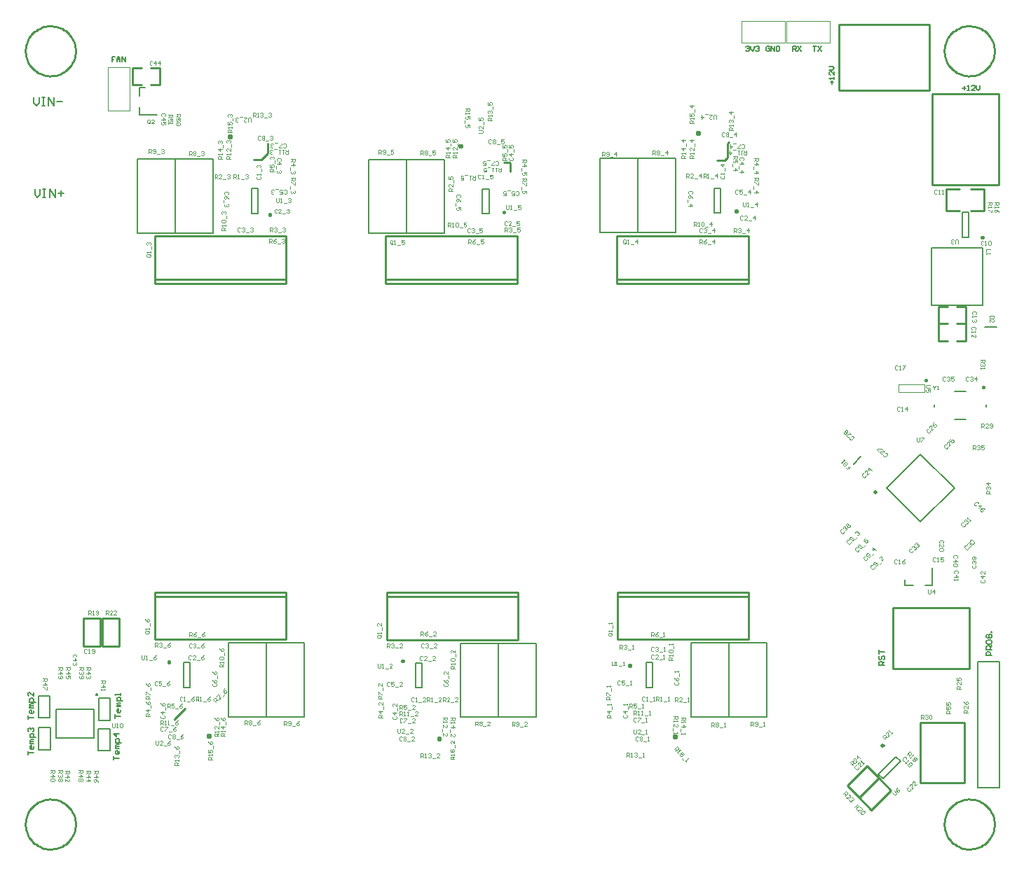
<source format=gto>
G04*
G04 #@! TF.GenerationSoftware,Altium Limited,Altium Designer,22.5.1 (42)*
G04*
G04 Layer_Color=65535*
%FSLAX25Y25*%
%MOIN*%
G70*
G04*
G04 #@! TF.SameCoordinates,F388C647-0276-4BD7-974E-F153A5A87125*
G04*
G04*
G04 #@! TF.FilePolarity,Positive*
G04*
G01*
G75*
%ADD10C,0.01000*%
%ADD11C,0.00787*%
%ADD12C,0.00394*%
%ADD13C,0.00591*%
%ADD14C,0.01181*%
D10*
X252062Y116142D02*
X252020Y117138D01*
X251895Y118127D01*
X251688Y119102D01*
X251400Y120057D01*
X251033Y120984D01*
X250589Y121877D01*
X250073Y122730D01*
X249487Y123536D01*
X248835Y124291D01*
X248123Y124988D01*
X247355Y125624D01*
X246536Y126193D01*
X245673Y126691D01*
X244771Y127116D01*
X243836Y127463D01*
X242876Y127732D01*
X241897Y127918D01*
X240905Y128023D01*
X239908Y128043D01*
X238913Y127981D01*
X237927Y127835D01*
X236956Y127608D01*
X236008Y127299D01*
X235089Y126913D01*
X234205Y126451D01*
X233364Y125917D01*
X232569Y125314D01*
X231828Y124647D01*
X231146Y123920D01*
X230527Y123139D01*
X229975Y122309D01*
X229495Y121435D01*
X229089Y120524D01*
X228761Y119582D01*
X228513Y118617D01*
X228347Y117634D01*
X228264Y116640D01*
Y115643D01*
X228347Y114650D01*
X228513Y113667D01*
X228761Y112701D01*
X229089Y111759D01*
X229495Y110849D01*
X229975Y109975D01*
X230527Y109144D01*
X231146Y108363D01*
X231828Y107636D01*
X232569Y106969D01*
X233364Y106367D01*
X234205Y105832D01*
X235089Y105370D01*
X236008Y104984D01*
X236956Y104676D01*
X237927Y104448D01*
X238913Y104303D01*
X239908Y104240D01*
X240905Y104261D01*
X241897Y104365D01*
X242876Y104552D01*
X243836Y104820D01*
X244771Y105168D01*
X245673Y105592D01*
X246536Y106091D01*
X247355Y106660D01*
X248123Y107295D01*
X248835Y107993D01*
X249487Y108747D01*
X250073Y109554D01*
X250589Y110407D01*
X251033Y111300D01*
X251400Y112227D01*
X251688Y113181D01*
X251895Y114156D01*
X252020Y115146D01*
X252062Y116142D01*
Y484252D02*
X252020Y485248D01*
X251895Y486237D01*
X251688Y487213D01*
X251400Y488167D01*
X251033Y489094D01*
X250589Y489987D01*
X250073Y490840D01*
X249487Y491646D01*
X248835Y492401D01*
X248123Y493099D01*
X247355Y493734D01*
X246536Y494303D01*
X245673Y494802D01*
X244771Y495226D01*
X243836Y495574D01*
X242876Y495842D01*
X241897Y496029D01*
X240905Y496133D01*
X239908Y496154D01*
X238913Y496091D01*
X237927Y495945D01*
X236956Y495718D01*
X236008Y495410D01*
X235089Y495023D01*
X234205Y494561D01*
X233364Y494027D01*
X232569Y493424D01*
X231828Y492757D01*
X231146Y492030D01*
X230527Y491249D01*
X229975Y490419D01*
X229495Y489545D01*
X229089Y488634D01*
X228761Y487693D01*
X228513Y486727D01*
X228347Y485744D01*
X228264Y484751D01*
Y483753D01*
X228347Y482760D01*
X228513Y481777D01*
X228761Y480811D01*
X229089Y479870D01*
X229495Y478959D01*
X229975Y478085D01*
X230527Y477255D01*
X231146Y476473D01*
X231828Y475747D01*
X232569Y475079D01*
X233364Y474477D01*
X234205Y473943D01*
X235089Y473481D01*
X236008Y473094D01*
X236956Y472786D01*
X237927Y472558D01*
X238913Y472413D01*
X239908Y472350D01*
X240905Y472371D01*
X241897Y472475D01*
X242876Y472662D01*
X243836Y472930D01*
X244771Y473278D01*
X245673Y473702D01*
X246536Y474201D01*
X247355Y474770D01*
X248123Y475405D01*
X248835Y476103D01*
X249487Y476858D01*
X250073Y477664D01*
X250589Y478517D01*
X251033Y479410D01*
X251400Y480337D01*
X251688Y481291D01*
X251895Y482267D01*
X252020Y483256D01*
X252062Y484252D01*
X689070Y484252D02*
X689028Y485248D01*
X688903Y486237D01*
X688696Y487213D01*
X688408Y488167D01*
X688040Y489094D01*
X687597Y489987D01*
X687081Y490840D01*
X686495Y491646D01*
X685843Y492401D01*
X685131Y493099D01*
X684363Y493734D01*
X683544Y494303D01*
X682681Y494802D01*
X681778Y495226D01*
X680844Y495574D01*
X679884Y495842D01*
X678904Y496029D01*
X677913Y496133D01*
X676916Y496154D01*
X675921Y496091D01*
X674935Y495945D01*
X673964Y495718D01*
X673016Y495410D01*
X672097Y495023D01*
X671213Y494561D01*
X670371Y494027D01*
X669577Y493424D01*
X668836Y492757D01*
X668154Y492030D01*
X667534Y491249D01*
X666983Y490419D01*
X666503Y489545D01*
X666097Y488634D01*
X665769Y487693D01*
X665521Y486727D01*
X665355Y485744D01*
X665272Y484751D01*
Y483753D01*
X665355Y482760D01*
X665521Y481777D01*
X665769Y480811D01*
X666097Y479870D01*
X666503Y478959D01*
X666983Y478085D01*
X667535Y477255D01*
X668154Y476473D01*
X668836Y475747D01*
X669577Y475079D01*
X670371Y474477D01*
X671213Y473943D01*
X672097Y473481D01*
X673016Y473094D01*
X673964Y472786D01*
X674935Y472558D01*
X675921Y472413D01*
X676916Y472350D01*
X677913Y472371D01*
X678904Y472475D01*
X679884Y472662D01*
X680844Y472930D01*
X681778Y473278D01*
X682681Y473702D01*
X683544Y474201D01*
X684363Y474770D01*
X685131Y475405D01*
X685843Y476103D01*
X686495Y476858D01*
X687081Y477664D01*
X687597Y478517D01*
X688040Y479410D01*
X688408Y480337D01*
X688696Y481291D01*
X688903Y482267D01*
X689028Y483256D01*
X689070Y484252D01*
Y116142D02*
X689028Y117138D01*
X688903Y118127D01*
X688696Y119102D01*
X688408Y120057D01*
X688040Y120984D01*
X687597Y121877D01*
X687081Y122730D01*
X686495Y123536D01*
X685843Y124291D01*
X685131Y124988D01*
X684363Y125624D01*
X683544Y126193D01*
X682681Y126691D01*
X681778Y127116D01*
X680844Y127463D01*
X679884Y127732D01*
X678904Y127918D01*
X677913Y128023D01*
X676916Y128043D01*
X675921Y127981D01*
X674935Y127835D01*
X673964Y127608D01*
X673016Y127299D01*
X672097Y126913D01*
X671213Y126451D01*
X670371Y125917D01*
X669577Y125314D01*
X668836Y124647D01*
X668154Y123920D01*
X667534Y123139D01*
X666983Y122309D01*
X666503Y121435D01*
X666097Y120524D01*
X665769Y119582D01*
X665521Y118617D01*
X665355Y117634D01*
X665272Y116640D01*
Y115643D01*
X665355Y114650D01*
X665521Y113667D01*
X665769Y112701D01*
X666097Y111759D01*
X666503Y110849D01*
X666983Y109975D01*
X667535Y109144D01*
X668154Y108363D01*
X668836Y107636D01*
X669577Y106969D01*
X670371Y106367D01*
X671213Y105832D01*
X672097Y105370D01*
X673016Y104984D01*
X673964Y104676D01*
X674935Y104448D01*
X675921Y104303D01*
X676916Y104240D01*
X677913Y104261D01*
X678904Y104365D01*
X679884Y104552D01*
X680844Y104820D01*
X681778Y105168D01*
X682681Y105592D01*
X683544Y106091D01*
X684363Y106660D01*
X685131Y107295D01*
X685843Y107993D01*
X686495Y108747D01*
X687081Y109554D01*
X687597Y110407D01*
X688040Y111300D01*
X688408Y112227D01*
X688696Y113181D01*
X688903Y114156D01*
X689028Y115146D01*
X689070Y116142D01*
X336713Y432579D02*
X340453D01*
X343504Y435630D01*
Y440158D01*
X458858Y426772D02*
Y430807D01*
X458366Y431299D02*
X458858Y430807D01*
X455905Y431299D02*
X458366D01*
X562008Y440059D02*
X562697Y440748D01*
X562008Y434252D02*
Y440059D01*
X557185Y432185D02*
X560532D01*
X560728D02*
X562008Y433465D01*
Y434252D01*
X399646Y396071D02*
X462146D01*
X462146Y375571D02*
X462146Y396071D01*
X399646Y375571D02*
X462146Y375571D01*
X399646Y375571D02*
X399646Y376571D01*
X399646Y396071D01*
X462146Y373571D02*
Y375571D01*
X399646Y373571D02*
X462146D01*
X399646Y375571D02*
X399646Y373571D01*
X509575Y396071D02*
X572075Y396071D01*
Y375571D02*
Y396071D01*
X509575Y375571D02*
X572075Y375571D01*
X509575Y375571D02*
Y376571D01*
Y396071D01*
X572075Y373571D02*
Y375571D01*
X509575Y373571D02*
X572075D01*
X509575Y375571D02*
X509575Y373571D01*
X509736Y204083D02*
X572236D01*
X509736D02*
Y224583D01*
X572236D01*
Y223583D02*
Y224583D01*
Y204083D02*
Y223583D01*
X509736Y224583D02*
Y226583D01*
X572236D01*
Y224583D02*
Y226583D01*
X400146Y203929D02*
X462646D01*
X400146D02*
Y224429D01*
X462646D01*
Y223429D02*
Y224429D01*
Y203929D02*
Y223429D01*
X400146Y224429D02*
Y226429D01*
X462646D01*
Y224429D02*
Y226429D01*
X299311Y166240D02*
X304134Y171063D01*
X299311Y165847D02*
Y166240D01*
X352268Y224571D02*
Y226571D01*
X289768D02*
X352268D01*
X289768Y224571D02*
Y226571D01*
X352268Y204071D02*
Y223571D01*
Y224571D01*
X289768D02*
X352268D01*
X289768Y204071D02*
Y224571D01*
Y204071D02*
X352268D01*
X624901Y128730D02*
X634227Y138056D01*
X619194Y134437D02*
X628520Y143763D01*
X619194Y134437D02*
X624901Y128730D01*
X628520Y143763D02*
X634227Y138056D01*
X674705Y159587D02*
Y164409D01*
X653839D02*
X674705D01*
X653839Y135768D02*
Y164409D01*
Y135768D02*
X674705D01*
Y159882D01*
X289717Y396071D02*
X352217D01*
Y375571D02*
Y396071D01*
X289717Y375571D02*
X352217Y375571D01*
X289717Y375571D02*
X289717Y376571D01*
X289717Y396071D01*
X352217Y375571D02*
X352217Y373571D01*
X289717D02*
X352217D01*
X289717Y375571D02*
X289717Y373571D01*
X640846Y190141D02*
Y191716D01*
Y190141D02*
X677067D01*
Y219275D01*
X640846D02*
X677067D01*
X640846Y191716D02*
Y219275D01*
X630608Y123023D02*
X639934Y132349D01*
X624901Y128730D02*
X634227Y138056D01*
X624901Y128730D02*
X630608Y123023D01*
X634227Y138056D02*
X639934Y132349D01*
X666142Y408169D02*
Y418405D01*
X684252Y408169D02*
Y418405D01*
X677953D02*
X684252D01*
X666142D02*
X672441D01*
X677953Y408169D02*
X684252D01*
X666142D02*
X672441Y408169D01*
X659626Y420512D02*
X691161D01*
X659626D02*
Y463701D01*
X691161Y420512D02*
Y463701D01*
X659626D02*
X691161D01*
X658250Y465433D02*
Y496969D01*
X615061Y465433D02*
X658250D01*
X615061Y496969D02*
X658250D01*
X615061Y465433D02*
Y496969D01*
X255807Y200886D02*
X263878D01*
X255807Y214075D02*
X263878D01*
X263878Y200886D02*
X263878Y214075D01*
X255807Y200886D02*
X255807Y214075D01*
X264862Y200886D02*
X272933D01*
X264862Y214075D02*
X272933D01*
X272933Y200886D02*
X272933Y214075D01*
X264862Y200886D02*
X264862Y214075D01*
X287757Y476279D02*
X292284D01*
X279095D02*
X283623Y476279D01*
X279095Y468209D02*
X283623D01*
X287757D02*
X292284D01*
Y476279D01*
X279095Y468209D02*
Y476279D01*
X662402Y346358D02*
X666929D01*
X671063D02*
X675591D01*
X671063Y354429D02*
X675591D01*
X662402D02*
X666929D01*
X662402Y346358D02*
Y354429D01*
X675591Y346358D02*
Y354429D01*
X662402Y354429D02*
X666929Y354429D01*
X671063D02*
X675591Y354429D01*
X671063Y362500D02*
X675591Y362500D01*
X662402D02*
X666929Y362500D01*
X662402Y354429D02*
Y362500D01*
X675591Y354429D02*
Y362500D01*
D11*
X445652Y418611D02*
X448802Y418611D01*
X445652Y406801D02*
Y418611D01*
X448801Y406801D02*
X448802Y418611D01*
X445652Y406801D02*
X448801D01*
X409349Y397450D02*
Y432686D01*
X391337Y397450D02*
X409349D01*
X391337D02*
Y432686D01*
X409349D01*
X427459D02*
X427459Y397450D01*
X409447D02*
X427459D01*
X409447D02*
Y432686D01*
X427459Y432686D01*
X555791Y419007D02*
X558941D01*
X555791Y407196D02*
Y419007D01*
X558941D02*
X558941Y407196D01*
X555791Y407196D02*
X558941Y407196D01*
X519488Y397845D02*
Y433081D01*
X501476Y397845D02*
X519488D01*
X501476D02*
Y433081D01*
X519488D01*
X537598Y433081D02*
X537598Y397845D01*
X519587D02*
X537598D01*
X519587D02*
Y433081D01*
X537598Y433081D01*
X523386Y181354D02*
X526535D01*
Y193165D01*
X523386Y181354D02*
Y193165D01*
X526535D01*
X562839Y167280D02*
Y202516D01*
X580850D01*
Y167280D02*
Y202516D01*
X562839Y167280D02*
X580850D01*
X544728D02*
Y202516D01*
X562740D01*
Y167280D02*
Y202516D01*
X544728Y167280D02*
X562740D01*
X413795Y181201D02*
X416945D01*
Y193012D01*
X413795Y181201D02*
Y193012D01*
X416945D01*
X453248Y167126D02*
Y202362D01*
X471260D01*
Y167126D02*
Y202362D01*
X453248Y167126D02*
X471260D01*
X435138D02*
Y202362D01*
X453150D01*
Y167126D02*
Y202362D01*
X435138Y167126D02*
X453150D01*
X303417Y181342D02*
X306567D01*
Y193154D01*
X303417Y181342D02*
Y193154D01*
X306567D01*
X342870Y167268D02*
Y202504D01*
X360882D01*
Y167268D02*
Y202504D01*
X342870Y167268D02*
X360882D01*
X324760D02*
Y202504D01*
X342772D01*
Y167268D02*
Y202504D01*
X324760Y167268D02*
X342772D01*
X642231Y148286D02*
X644458Y146059D01*
X633879Y139935D02*
X642231Y148286D01*
X636106Y137708D02*
X644458Y146059D01*
X633879Y139935D02*
X636106Y137708D01*
X335713Y406930D02*
X338862D01*
X338862Y418741D01*
X335713Y406930D02*
X335713Y418741D01*
X338862D01*
X281398Y432816D02*
X299409Y432816D01*
X281398Y397580D02*
Y432816D01*
Y397580D02*
X299409Y397580D01*
Y432816D01*
X299508Y432816D02*
X317520Y432816D01*
X299508Y397580D02*
Y432816D01*
Y397580D02*
X317520Y397580D01*
Y432816D01*
X282442Y462894D02*
Y467028D01*
Y453839D02*
Y457382D01*
Y453839D02*
X290808Y453839D01*
X282442Y467028D02*
X285198Y467028D01*
X646358Y229823D02*
X650492D01*
X656004D02*
X659547D01*
Y238189D01*
X646358Y229823D02*
Y232579D01*
X673819Y395571D02*
X676968D01*
Y407382D01*
X673819Y395571D02*
Y407382D01*
X676968Y407382D01*
X232087Y462204D02*
Y459580D01*
X233399Y458268D01*
X234710Y459580D01*
Y462204D01*
X236022D02*
X237334D01*
X236678D01*
Y458268D01*
X236022D01*
X237334D01*
X239302D02*
Y462204D01*
X241926Y458268D01*
Y462204D01*
X243238Y460236D02*
X245862D01*
X232677Y418404D02*
Y415780D01*
X233989Y414468D01*
X235301Y415780D01*
Y418404D01*
X236613D02*
X237925D01*
X237269D01*
Y414468D01*
X236613D01*
X237925D01*
X239893D02*
Y418404D01*
X242516Y414468D01*
Y418404D01*
X243828Y416436D02*
X246452D01*
X245140Y417748D02*
Y415125D01*
X261910Y178075D02*
X262435D01*
Y177551D01*
X261910D01*
Y178075D01*
D12*
X610886Y488189D02*
Y498425D01*
X590216Y488189D02*
X610886D01*
X590216D02*
Y498425D01*
X610886D01*
X568898Y488287D02*
Y498524D01*
X589567Y498524D01*
Y488287D02*
Y498524D01*
X568898Y488287D02*
X589567Y488287D01*
X655000Y325689D02*
X655669D01*
X655709Y325650D01*
Y321752D02*
Y325650D01*
X643701Y321752D02*
X655709D01*
X643661Y321791D02*
X643701Y321752D01*
X643661Y321791D02*
Y325689D01*
X655039D01*
X267538Y476569D02*
X277775D01*
Y455900D02*
Y476569D01*
X267538Y455900D02*
X277775D01*
X267538D02*
Y476569D01*
X668012Y168833D02*
X666044D01*
Y169817D01*
X666372Y170145D01*
X667028D01*
X667355Y169817D01*
Y168833D01*
Y169489D02*
X668012Y170145D01*
X666044Y172113D02*
Y170801D01*
X667028D01*
X666700Y171457D01*
Y171785D01*
X667028Y172113D01*
X667684D01*
X668012Y171785D01*
Y171129D01*
X667684Y170801D01*
X666044Y174081D02*
Y172769D01*
X667028D01*
X666700Y173424D01*
Y173752D01*
X667028Y174081D01*
X667684D01*
X668012Y173752D01*
Y173097D01*
X667684Y172769D01*
X654069Y166241D02*
Y168208D01*
X655053D01*
X655381Y167880D01*
Y167224D01*
X655053Y166896D01*
X654069D01*
X654725D02*
X655381Y166241D01*
X656037Y167880D02*
X656365Y168208D01*
X657021D01*
X657349Y167880D01*
Y167552D01*
X657021Y167224D01*
X656693D01*
X657021D01*
X657349Y166896D01*
Y166569D01*
X657021Y166241D01*
X656365D01*
X656037Y166569D01*
X658005Y167880D02*
X658333Y168208D01*
X658989D01*
X659317Y167880D01*
Y166569D01*
X658989Y166241D01*
X658333D01*
X658005Y166569D01*
Y167880D01*
X681426Y268714D02*
X681426Y269178D01*
X680962Y269642D01*
X680498Y269642D01*
X679571Y268714D01*
Y268250D01*
X680034Y267787D01*
X680498D01*
X681426Y266395D02*
X682817Y267787D01*
X681426D01*
X682354Y266859D01*
X684441Y266163D02*
X683745Y266395D01*
X682817Y266395D01*
X682354Y265931D01*
Y265468D01*
X682817Y265004D01*
X683281D01*
X683513Y265236D01*
Y265699D01*
X682817Y266395D01*
X659909Y325024D02*
Y324696D01*
X660565Y324040D01*
X661221Y324696D01*
Y325024D01*
X660565Y324040D02*
Y323056D01*
X661876D02*
X662532D01*
X662204D01*
Y325024D01*
X661876Y324696D01*
X652297Y300197D02*
Y298557D01*
X652625Y298229D01*
X653281D01*
X653609Y298557D01*
Y300197D01*
X654265D02*
X655577D01*
Y299869D01*
X654265Y298557D01*
Y298229D01*
X678774Y294685D02*
Y296653D01*
X679758D01*
X680086Y296325D01*
Y295669D01*
X679758Y295341D01*
X678774D01*
X679430D02*
X680086Y294685D01*
X680742Y296325D02*
X681070Y296653D01*
X681726D01*
X682054Y296325D01*
Y295997D01*
X681726Y295669D01*
X681398D01*
X681726D01*
X682054Y295341D01*
Y295013D01*
X681726Y294685D01*
X681070D01*
X680742Y295013D01*
X684022Y296653D02*
X682710D01*
Y295669D01*
X683365Y295997D01*
X683694D01*
X684022Y295669D01*
Y295013D01*
X683694Y294685D01*
X683038D01*
X682710Y295013D01*
X687204Y273557D02*
X685237D01*
Y274541D01*
X685565Y274869D01*
X686221D01*
X686548Y274541D01*
Y273557D01*
Y274213D02*
X687204Y274869D01*
X685565Y275525D02*
X685237Y275853D01*
Y276509D01*
X685565Y276837D01*
X685892D01*
X686221Y276509D01*
Y276181D01*
Y276509D01*
X686548Y276837D01*
X686876D01*
X687204Y276509D01*
Y275853D01*
X686876Y275525D01*
X687204Y278477D02*
X685237D01*
X686221Y277493D01*
Y278805D01*
X682382Y337335D02*
X684350D01*
Y336351D01*
X684022Y336023D01*
X683366D01*
X683038Y336351D01*
Y337335D01*
Y336679D02*
X682382Y336023D01*
X684022Y335367D02*
X684350Y335039D01*
Y334383D01*
X684022Y334055D01*
X683694D01*
X683366Y334383D01*
Y334711D01*
Y334383D01*
X683038Y334055D01*
X682710D01*
X682382Y334383D01*
Y335039D01*
X682710Y335367D01*
X682382Y333400D02*
Y332744D01*
Y333071D01*
X684350D01*
X684022Y333400D01*
X682809Y304823D02*
Y306791D01*
X683793D01*
X684121Y306463D01*
Y305807D01*
X683793Y305479D01*
X682809D01*
X683465D02*
X684121Y304823D01*
X686089D02*
X684777D01*
X686089Y306135D01*
Y306463D01*
X685761Y306791D01*
X685105D01*
X684777Y306463D01*
X686745Y305151D02*
X687073Y304823D01*
X687729D01*
X688057Y305151D01*
Y306463D01*
X687729Y306791D01*
X687073D01*
X686745Y306463D01*
Y306135D01*
X687073Y305807D01*
X688057D01*
X676575Y169325D02*
X674607D01*
Y170309D01*
X674935Y170637D01*
X675591D01*
X675918Y170309D01*
Y169325D01*
Y169981D02*
X676575Y170637D01*
Y172605D02*
Y171293D01*
X675263Y172605D01*
X674935D01*
X674607Y172277D01*
Y171621D01*
X674935Y171293D01*
X674607Y174573D02*
X674935Y173917D01*
X675591Y173261D01*
X676247D01*
X676575Y173589D01*
Y174245D01*
X676247Y174573D01*
X675918D01*
X675591Y174245D01*
Y173261D01*
X673130Y180545D02*
X671162D01*
Y181529D01*
X671490Y181857D01*
X672146D01*
X672474Y181529D01*
Y180545D01*
Y181201D02*
X673130Y181857D01*
Y183825D02*
Y182513D01*
X671818Y183825D01*
X671490D01*
X671162Y183497D01*
Y182841D01*
X671490Y182513D01*
X671162Y185793D02*
Y184481D01*
X672146D01*
X671818Y185137D01*
Y185465D01*
X672146Y185793D01*
X672802D01*
X673130Y185465D01*
Y184809D01*
X672802Y184481D01*
X618394Y286018D02*
X619321Y285090D01*
X620017Y285786D01*
X619553Y286250D01*
X620017Y285786D01*
X620713Y286482D01*
X617930D02*
X619321Y287873D01*
X618625Y288569D01*
X618162D01*
X617930Y288337D01*
Y287873D01*
X618625Y287177D01*
X617930Y287873D01*
X617466D01*
X617234Y287641D01*
Y287177D01*
X617930Y286482D01*
Y289265D02*
X617466Y289728D01*
X617698Y289496D01*
X616306Y288105D01*
X616770D01*
X688878Y358333D02*
X686910D01*
Y357349D01*
X687238Y357021D01*
X688550D01*
X688878Y357349D01*
Y358333D01*
X686910Y355053D02*
Y356365D01*
X688222Y355053D01*
X688550D01*
X688878Y355381D01*
Y356037D01*
X688550Y356365D01*
X616620Y256524D02*
X616156Y256524D01*
X615693Y256061D01*
X615693Y255597D01*
X616620Y254669D01*
X617084D01*
X617548Y255133D01*
Y255597D01*
X617084Y256988D02*
X617084Y257452D01*
X617548Y257916D01*
X618012D01*
X618244Y257684D01*
Y257220D01*
X618012Y256988D01*
X618244Y257220D01*
X618708D01*
X618939Y256988D01*
Y256524D01*
X618476Y256061D01*
X618012D01*
X618476Y258380D02*
Y258843D01*
X618939Y259307D01*
X619403D01*
X619635Y259075D01*
Y258612D01*
X620099D01*
X620331Y258380D01*
Y257916D01*
X619867Y257452D01*
X619403D01*
X619171Y257684D01*
Y258148D01*
X618708D01*
X618476Y258380D01*
X619171Y258148D02*
X619635Y258612D01*
X665814Y328928D02*
X665486Y329256D01*
X664830D01*
X664502Y328928D01*
Y327616D01*
X664830Y327288D01*
X665486D01*
X665814Y327616D01*
X666470Y328928D02*
X666798Y329256D01*
X667454D01*
X667782Y328928D01*
Y328600D01*
X667454Y328272D01*
X667126D01*
X667454D01*
X667782Y327944D01*
Y327616D01*
X667454Y327288D01*
X666798D01*
X666470Y327616D01*
X669750Y329256D02*
X668438D01*
Y328272D01*
X669094Y328600D01*
X669422D01*
X669750Y328272D01*
Y327616D01*
X669422Y327288D01*
X668766D01*
X668438Y327616D01*
X676838Y328928D02*
X676510Y329256D01*
X675854D01*
X675526Y328928D01*
Y327616D01*
X675854Y327288D01*
X676510D01*
X676838Y327616D01*
X677494Y328928D02*
X677822Y329256D01*
X678478D01*
X678806Y328928D01*
Y328600D01*
X678478Y328272D01*
X678150D01*
X678478D01*
X678806Y327944D01*
Y327616D01*
X678478Y327288D01*
X677822D01*
X677494Y327616D01*
X680445Y327288D02*
Y329256D01*
X679461Y328272D01*
X680773D01*
X649396Y247272D02*
X648932Y247272D01*
X648468Y246809D01*
X648468Y246345D01*
X649396Y245417D01*
X649860D01*
X650324Y245881D01*
Y246345D01*
X649860Y247736D02*
X649860Y248200D01*
X650324Y248664D01*
X650787D01*
X651019Y248432D01*
Y247968D01*
X650787Y247736D01*
X651019Y247968D01*
X651483D01*
X651715Y247736D01*
Y247272D01*
X651251Y246809D01*
X650787D01*
X651251Y249128D02*
Y249591D01*
X651715Y250055D01*
X652179D01*
X652411Y249823D01*
Y249360D01*
X652179Y249128D01*
X652411Y249360D01*
X652875D01*
X653106Y249128D01*
Y248664D01*
X652643Y248200D01*
X652179D01*
X674234Y259807D02*
X673770Y259807D01*
X673307Y259344D01*
X673307Y258880D01*
X674234Y257952D01*
X674698D01*
X675162Y258416D01*
Y258880D01*
X674698Y260271D02*
X674698Y260735D01*
X675162Y261199D01*
X675626D01*
X675857Y260967D01*
Y260503D01*
X675626Y260271D01*
X675857Y260503D01*
X676321D01*
X676553Y260271D01*
Y259807D01*
X676089Y259344D01*
X675626D01*
X677249Y260503D02*
X677713Y260967D01*
X677481Y260735D01*
X676089Y262127D01*
Y261663D01*
X675774Y248764D02*
X675310Y248764D01*
X674846Y248300D01*
X674846Y247836D01*
X675774Y246908D01*
X676238D01*
X676701Y247372D01*
Y247836D01*
X676238Y249228D02*
X676238Y249692D01*
X676701Y250155D01*
X677165D01*
X677397Y249923D01*
Y249460D01*
X677165Y249228D01*
X677397Y249460D01*
X677861D01*
X678093Y249228D01*
Y248764D01*
X677629Y248300D01*
X677165D01*
X677629Y250619D02*
Y251083D01*
X678093Y251547D01*
X678557D01*
X679485Y250619D01*
Y250155D01*
X679021Y249692D01*
X678557D01*
X677629Y250619D01*
X620247Y300085D02*
X620247Y299621D01*
X620711Y299157D01*
X621175Y299157D01*
X622103Y300085D01*
Y300549D01*
X621639Y301012D01*
X621175D01*
X620015Y302636D02*
X620943Y301708D01*
X619088D01*
X618856Y301476D01*
Y301012D01*
X619320Y300549D01*
X619783Y300549D01*
X618392Y301940D02*
X617928D01*
X617464Y302404D01*
Y302868D01*
X617696Y303100D01*
X618160D01*
Y303564D01*
X618392Y303796D01*
X618856D01*
X619320Y303332D01*
Y302868D01*
X619088Y302636D01*
X618624D01*
Y302172D01*
X618392Y301940D01*
X618624Y302636D02*
X618160Y303100D01*
X636192Y292014D02*
X636192Y291550D01*
X636656Y291086D01*
X637120Y291086D01*
X638048Y292014D01*
Y292478D01*
X637584Y292942D01*
X637120D01*
X635960Y294565D02*
X636888Y293637D01*
X635033D01*
X634801Y293406D01*
Y292942D01*
X635264Y292478D01*
X635728Y292478D01*
X634105Y293637D02*
X633177Y294565D01*
X633409Y294797D01*
X635264D01*
X635496Y295029D01*
X657664Y304359D02*
X657200Y304359D01*
X656736Y303895D01*
X656736Y303431D01*
X657664Y302504D01*
X658127D01*
X658591Y302968D01*
Y303431D01*
X660215Y304591D02*
X659287Y303663D01*
Y305519D01*
X659055Y305750D01*
X658591D01*
X658127Y305287D01*
X658127Y304823D01*
X660215Y307374D02*
X659983Y306678D01*
X659983Y305750D01*
X660447Y305287D01*
X660910D01*
X661374Y305750D01*
Y306214D01*
X661142Y306446D01*
X660678D01*
X659983Y305750D01*
X666030Y296879D02*
X665566Y296879D01*
X665102Y296415D01*
X665102Y295951D01*
X666030Y295023D01*
X666494D01*
X666957Y295487D01*
Y295951D01*
X668581Y297111D02*
X667653Y296183D01*
Y298038D01*
X667421Y298270D01*
X666957D01*
X666494Y297806D01*
X666494Y297342D01*
X668581Y299894D02*
X667653Y298966D01*
X668349Y298270D01*
X668581Y298966D01*
X668813Y299198D01*
X669277D01*
X669740Y298734D01*
Y298270D01*
X669277Y297806D01*
X668813D01*
X626955Y283099D02*
X626491Y283099D01*
X626027Y282635D01*
X626027Y282172D01*
X626955Y281244D01*
X627419D01*
X627883Y281708D01*
Y282172D01*
X629506Y283331D02*
X628578Y282403D01*
Y284259D01*
X628346Y284491D01*
X627883D01*
X627419Y284027D01*
X627419Y283563D01*
X630666Y284491D02*
X629274Y285882D01*
Y284491D01*
X630202Y285418D01*
X296162Y453969D02*
X298130D01*
Y452985D01*
X297802Y452657D01*
X297146D01*
X296818Y452985D01*
Y453969D01*
Y453313D02*
X296162Y452657D01*
X298130Y450689D02*
Y452001D01*
X297146D01*
X297474Y451345D01*
Y451017D01*
X297146Y450689D01*
X296490D01*
X296162Y451017D01*
Y451673D01*
X296490Y452001D01*
X296162Y450033D02*
Y449377D01*
Y449705D01*
X298130D01*
X297802Y450033D01*
X300000Y454199D02*
X301968D01*
Y453215D01*
X301640Y452887D01*
X300984D01*
X300656Y453215D01*
Y454199D01*
Y453543D02*
X300000Y452887D01*
X301968Y450919D02*
Y452231D01*
X300984D01*
X301312Y451575D01*
Y451247D01*
X300984Y450919D01*
X300328D01*
X300000Y451247D01*
Y451903D01*
X300328Y452231D01*
X301640Y450263D02*
X301968Y449935D01*
Y449279D01*
X301640Y448951D01*
X300328D01*
X300000Y449279D01*
Y449935D01*
X300328Y450263D01*
X301640D01*
X287369Y450033D02*
Y451345D01*
X287041Y451673D01*
X286385D01*
X286057Y451345D01*
Y450033D01*
X286385Y449705D01*
X287041D01*
X286713Y450361D02*
X287369Y449705D01*
X287041D02*
X287369Y450033D01*
X289337Y449705D02*
X288025D01*
X289337Y451017D01*
Y451345D01*
X289009Y451673D01*
X288353D01*
X288025Y451345D01*
X294357Y453084D02*
X294685Y453411D01*
Y454068D01*
X294357Y454395D01*
X293045D01*
X292717Y454068D01*
Y453411D01*
X293045Y453084D01*
X292717Y451444D02*
X294685D01*
X293701Y452428D01*
Y451116D01*
X294685Y449148D02*
Y450460D01*
X293701D01*
X294029Y449804D01*
Y449476D01*
X293701Y449148D01*
X293045D01*
X292717Y449476D01*
Y450132D01*
X293045Y450460D01*
X288649Y479101D02*
X288321Y479429D01*
X287665D01*
X287337Y479101D01*
Y477789D01*
X287665Y477461D01*
X288321D01*
X288649Y477789D01*
X290289Y477461D02*
Y479429D01*
X289305Y478445D01*
X290617D01*
X292256Y477461D02*
Y479429D01*
X291272Y478445D01*
X292584D01*
X269587Y164271D02*
Y162631D01*
X269915Y162303D01*
X270571D01*
X270899Y162631D01*
Y164271D01*
X271555Y162303D02*
X272211D01*
X271883D01*
Y164271D01*
X271555Y163943D01*
X273195D02*
X273523Y164271D01*
X274179D01*
X274507Y163943D01*
Y162631D01*
X274179Y162303D01*
X273523D01*
X273195Y162631D01*
Y163943D01*
X640468Y131229D02*
X641627Y130069D01*
X642091D01*
X642555Y130533D01*
Y130997D01*
X641395Y132157D01*
X642787Y133548D02*
X642555Y132852D01*
Y131925D01*
X643019Y131461D01*
X643482D01*
X643946Y131925D01*
Y132389D01*
X643714Y132621D01*
X643251D01*
X642555Y131925D01*
X658563Y325164D02*
X656923D01*
X656595Y324835D01*
Y324180D01*
X656923Y323852D01*
X658563D01*
Y321884D02*
Y323196D01*
X657579D01*
X657907Y322540D01*
Y322212D01*
X657579Y321884D01*
X656923D01*
X656595Y322212D01*
Y322868D01*
X656923Y323196D01*
X657612Y227854D02*
Y226214D01*
X657940Y225886D01*
X658596D01*
X658924Y226214D01*
Y227854D01*
X660564Y225886D02*
Y227854D01*
X659580Y226870D01*
X660892D01*
X671719Y392520D02*
Y394160D01*
X671391Y394488D01*
X670735D01*
X670407Y394160D01*
Y392520D01*
X669751Y392848D02*
X669423Y392520D01*
X668767D01*
X668439Y392848D01*
Y393176D01*
X668767Y393504D01*
X669095D01*
X668767D01*
X668439Y393832D01*
Y394160D01*
X668767Y394488D01*
X669423D01*
X669751Y394160D01*
X243899Y190935D02*
X245867D01*
Y189952D01*
X245539Y189623D01*
X244883D01*
X244555Y189952D01*
Y190935D01*
Y190279D02*
X243899Y189623D01*
Y187984D02*
X245867D01*
X244883Y188968D01*
Y187656D01*
X244227Y187000D02*
X243899Y186672D01*
Y186016D01*
X244227Y185688D01*
X245539D01*
X245867Y186016D01*
Y186672D01*
X245539Y187000D01*
X245211D01*
X244883Y186672D01*
Y185688D01*
X253446Y141821D02*
X255414D01*
Y140837D01*
X255086Y140509D01*
X254430D01*
X254102Y140837D01*
Y141821D01*
Y141165D02*
X253446Y140509D01*
Y138870D02*
X255414D01*
X254430Y139853D01*
Y138541D01*
X255086Y137885D02*
X255414Y137558D01*
Y136902D01*
X255086Y136574D01*
X254758D01*
X254430Y136902D01*
X254102Y136574D01*
X253774D01*
X253446Y136902D01*
Y137558D01*
X253774Y137885D01*
X254102D01*
X254430Y137558D01*
X254758Y137885D01*
X255086D01*
X254430Y137558D02*
Y136902D01*
X236614Y185498D02*
X238582D01*
Y184514D01*
X238254Y184186D01*
X237598D01*
X237270Y184514D01*
Y185498D01*
Y184842D02*
X236614Y184186D01*
Y182546D02*
X238582D01*
X237598Y183530D01*
Y182218D01*
X238582Y181562D02*
Y180250D01*
X238254D01*
X236943Y181562D01*
X236614D01*
X260729Y141403D02*
X262697D01*
Y140419D01*
X262369Y140091D01*
X261713D01*
X261385Y140419D01*
Y141403D01*
Y140747D02*
X260729Y140091D01*
Y138452D02*
X262697D01*
X261713Y139436D01*
Y138124D01*
X262697Y136156D02*
X262369Y136812D01*
X261713Y137468D01*
X261057D01*
X260729Y137140D01*
Y136484D01*
X261057Y136156D01*
X261385D01*
X261713Y136484D01*
Y137468D01*
X247442Y190935D02*
X249410D01*
Y189952D01*
X249082Y189623D01*
X248426D01*
X248098Y189952D01*
Y190935D01*
Y190279D02*
X247442Y189623D01*
Y187984D02*
X249410D01*
X248426Y188968D01*
Y187656D01*
X249410Y185688D02*
Y187000D01*
X248426D01*
X248754Y186344D01*
Y186016D01*
X248426Y185688D01*
X247770D01*
X247442Y186016D01*
Y186672D01*
X247770Y187000D01*
X257088Y141624D02*
X259056D01*
Y140640D01*
X258728Y140313D01*
X258072D01*
X257744Y140640D01*
Y141624D01*
Y140969D02*
X257088Y140313D01*
Y138673D02*
X259056D01*
X258072Y139657D01*
Y138345D01*
X257088Y136705D02*
X259056D01*
X258072Y137689D01*
Y136377D01*
X257285Y190837D02*
X259253D01*
Y189853D01*
X258925Y189525D01*
X258269D01*
X257941Y189853D01*
Y190837D01*
Y190181D02*
X257285Y189525D01*
Y187885D02*
X259253D01*
X258269Y188869D01*
Y187557D01*
X258925Y186901D02*
X259253Y186573D01*
Y185917D01*
X258925Y185589D01*
X258597D01*
X258269Y185917D01*
Y186245D01*
Y185917D01*
X257941Y185589D01*
X257613D01*
X257285Y185917D01*
Y186573D01*
X257613Y186901D01*
X247245Y141624D02*
X249213D01*
Y140640D01*
X248885Y140313D01*
X248229D01*
X247901Y140640D01*
Y141624D01*
Y140969D02*
X247245Y140313D01*
Y138673D02*
X249213D01*
X248229Y139657D01*
Y138345D01*
X247245Y136377D02*
Y137689D01*
X248557Y136377D01*
X248885D01*
X249213Y136705D01*
Y137361D01*
X248885Y137689D01*
X264075Y184382D02*
X266043D01*
Y183398D01*
X265715Y183071D01*
X265059D01*
X264731Y183398D01*
Y184382D01*
Y183727D02*
X264075Y183071D01*
Y181431D02*
X266043D01*
X265059Y182415D01*
Y181103D01*
X264075Y180447D02*
Y179791D01*
Y180119D01*
X266043D01*
X265715Y180447D01*
X240159Y141821D02*
X242126D01*
Y140837D01*
X241798Y140509D01*
X241143D01*
X240815Y140837D01*
Y141821D01*
Y141165D02*
X240159Y140509D01*
Y138870D02*
X242126D01*
X241143Y139853D01*
Y138541D01*
X241798Y137885D02*
X242126Y137558D01*
Y136902D01*
X241798Y136574D01*
X240487D01*
X240159Y136902D01*
Y137558D01*
X240487Y137885D01*
X241798D01*
X253741Y190837D02*
X255709D01*
Y189853D01*
X255381Y189525D01*
X254725D01*
X254397Y189853D01*
Y190837D01*
Y190181D02*
X253741Y189525D01*
X255381Y188869D02*
X255709Y188541D01*
Y187885D01*
X255381Y187557D01*
X255053D01*
X254725Y187885D01*
Y188213D01*
Y187885D01*
X254397Y187557D01*
X254069D01*
X253741Y187885D01*
Y188541D01*
X254069Y188869D01*
Y186901D02*
X253741Y186573D01*
Y185917D01*
X254069Y185589D01*
X255381D01*
X255709Y185917D01*
Y186573D01*
X255381Y186901D01*
X255053D01*
X254725Y186573D01*
Y185589D01*
X243899Y141723D02*
X245867D01*
Y140739D01*
X245539Y140411D01*
X244883D01*
X244555Y140739D01*
Y141723D01*
Y141067D02*
X243899Y140411D01*
X245539Y139755D02*
X245867Y139427D01*
Y138771D01*
X245539Y138443D01*
X245211D01*
X244883Y138771D01*
Y139099D01*
Y138771D01*
X244555Y138443D01*
X244227D01*
X243899Y138771D01*
Y139427D01*
X244227Y139755D01*
X245539Y137787D02*
X245867Y137459D01*
Y136803D01*
X245539Y136475D01*
X245211D01*
X244883Y136803D01*
X244555Y136475D01*
X244227D01*
X243899Y136803D01*
Y137459D01*
X244227Y137787D01*
X244555D01*
X244883Y137459D01*
X245211Y137787D01*
X245539D01*
X244883Y137459D02*
Y136803D01*
X621773Y144103D02*
X620382Y145494D01*
X621078Y146190D01*
X621542Y146190D01*
X622005Y145726D01*
Y145262D01*
X621310Y144566D01*
X621773Y145030D02*
X622701Y145030D01*
X624093Y146422D02*
X623165Y145494D01*
Y147349D01*
X622933Y147581D01*
X622469D01*
X622005Y147117D01*
X622005Y146653D01*
X625252Y147581D02*
X623861Y148973D01*
Y147581D01*
X624788Y148509D01*
X617134Y130392D02*
X618526Y131783D01*
X619221Y131088D01*
X619221Y130624D01*
X618757Y130160D01*
X618294D01*
X617598Y130856D01*
X618062Y130392D02*
X618062Y129464D01*
X619453Y128073D02*
X618526Y129000D01*
X620381D01*
X620613Y129232D01*
Y129696D01*
X620149Y130160D01*
X619685Y130160D01*
X621076Y128769D02*
X621540D01*
X622004Y128305D01*
Y127841D01*
X621772Y127609D01*
X621308D01*
X621076Y127841D01*
X621308Y127609D01*
Y127145D01*
X621076Y126913D01*
X620613D01*
X620149Y127377D01*
Y127841D01*
X266372Y215748D02*
Y217716D01*
X267356D01*
X267684Y217388D01*
Y216732D01*
X267356Y216404D01*
X266372D01*
X267028D02*
X267684Y215748D01*
X269652D02*
X268340D01*
X269652Y217060D01*
Y217388D01*
X269324Y217716D01*
X268668D01*
X268340Y217388D01*
X271620Y215748D02*
X270308D01*
X271620Y217060D01*
Y217388D01*
X271292Y217716D01*
X270636D01*
X270308Y217388D01*
X637261Y156539D02*
X635870Y157931D01*
X636566Y158626D01*
X637029Y158626D01*
X637493Y158162D01*
Y157699D01*
X636798Y157003D01*
X637261Y157467D02*
X638189Y157467D01*
X639580Y158858D02*
X638653Y157931D01*
Y159786D01*
X638421Y160018D01*
X637957D01*
X637493Y159554D01*
X637493Y159090D01*
X640044Y159322D02*
X640508Y159786D01*
X640276Y159554D01*
X638885Y160945D01*
Y160482D01*
X622547Y124290D02*
X623939Y125681D01*
X624635Y124985D01*
X624635Y124521D01*
X624171Y124058D01*
X623707D01*
X623011Y124753D01*
X623475Y124290D02*
X623475Y123362D01*
X624866Y121970D02*
X623939Y122898D01*
X625794D01*
X626026Y123130D01*
Y123594D01*
X625562Y124058D01*
X625098Y124058D01*
X626490Y122666D02*
X626954D01*
X627418Y122202D01*
Y121738D01*
X626490Y120811D01*
X626026D01*
X625562Y121275D01*
Y121738D01*
X626490Y122666D01*
X258072Y215748D02*
Y217716D01*
X259055D01*
X259384Y217388D01*
Y216732D01*
X259055Y216404D01*
X258072D01*
X258728D02*
X259384Y215748D01*
X260039D02*
X260695D01*
X260367D01*
Y217716D01*
X260039Y217388D01*
X261679Y216076D02*
X262007Y215748D01*
X262663D01*
X262991Y216076D01*
Y217388D01*
X262663Y217716D01*
X262007D01*
X261679Y217388D01*
Y217060D01*
X262007Y216732D01*
X262991D01*
X647451Y149330D02*
X648843Y150722D01*
X649538Y150026D01*
X649538Y149562D01*
X649075Y149098D01*
X648611D01*
X647915Y149794D01*
X648379Y149330D02*
X648379Y148402D01*
X648843Y147939D02*
X649306Y147475D01*
X649075Y147707D01*
X650466Y149098D01*
X650002Y149098D01*
X651162Y147939D02*
X651626D01*
X652089Y147475D01*
Y147011D01*
X651858Y146779D01*
X651394D01*
Y146315D01*
X651162Y146083D01*
X650698D01*
X650234Y146547D01*
Y147011D01*
X650466Y147243D01*
X650930D01*
Y147707D01*
X651162Y147939D01*
X650930Y147243D02*
X651394Y146779D01*
X686024Y412302D02*
X687992D01*
Y411318D01*
X687664Y410990D01*
X687008D01*
X686680Y411318D01*
Y412302D01*
Y411646D02*
X686024Y410990D01*
Y410334D02*
Y409679D01*
Y410007D01*
X687992D01*
X687664Y410334D01*
X687992Y408695D02*
Y407383D01*
X687664D01*
X686352Y408695D01*
X686024D01*
X689075Y412302D02*
X691043D01*
Y411318D01*
X690715Y410990D01*
X690059D01*
X689731Y411318D01*
Y412302D01*
Y411646D02*
X689075Y410990D01*
Y410334D02*
Y409679D01*
Y410007D01*
X691043D01*
X690715Y410334D01*
X691043Y407383D02*
X690715Y408039D01*
X690059Y408695D01*
X689403D01*
X689075Y408367D01*
Y407711D01*
X689403Y407383D01*
X689731D01*
X690059Y407711D01*
Y408695D01*
X687008Y389993D02*
X685040D01*
Y388681D01*
Y388025D02*
Y387369D01*
Y387697D01*
X687008D01*
X686680Y388025D01*
X252329Y195702D02*
X252657Y196030D01*
Y196686D01*
X252329Y197014D01*
X251017D01*
X250689Y196686D01*
Y196030D01*
X251017Y195702D01*
X250689Y194062D02*
X252657D01*
X251673Y195046D01*
Y193734D01*
X252329Y193078D02*
X252657Y192750D01*
Y192094D01*
X252329Y191766D01*
X252001D01*
X251673Y192094D01*
Y192422D01*
Y192094D01*
X251345Y191766D01*
X251017D01*
X250689Y192094D01*
Y192750D01*
X251017Y193078D01*
X682907Y232448D02*
X682579Y232120D01*
Y231464D01*
X682907Y231136D01*
X684219D01*
X684547Y231464D01*
Y232120D01*
X684219Y232448D01*
X684547Y234088D02*
X682579D01*
X683563Y233104D01*
Y234416D01*
X684547Y236384D02*
Y235072D01*
X683235Y236384D01*
X682907D01*
X682579Y236056D01*
Y235400D01*
X682907Y235072D01*
X671424Y235433D02*
X671752Y235761D01*
Y236417D01*
X671424Y236745D01*
X670112D01*
X669784Y236417D01*
Y235761D01*
X670112Y235433D01*
X669784Y233793D02*
X671752D01*
X670768Y234777D01*
Y233465D01*
X669784Y232809D02*
Y232153D01*
Y232481D01*
X671752D01*
X671424Y232809D01*
X671128Y242847D02*
X671456Y243175D01*
Y243831D01*
X671128Y244159D01*
X669816D01*
X669488Y243831D01*
Y243175D01*
X669816Y242847D01*
X669488Y241207D02*
X671456D01*
X670472Y242191D01*
Y240880D01*
X671128Y240224D02*
X671456Y239896D01*
Y239240D01*
X671128Y238912D01*
X669816D01*
X669488Y239240D01*
Y239896D01*
X669816Y240224D01*
X671128D01*
X678675Y239535D02*
X678347Y239207D01*
Y238551D01*
X678675Y238223D01*
X679987D01*
X680315Y238551D01*
Y239207D01*
X679987Y239535D01*
X678675Y240191D02*
X678347Y240518D01*
Y241174D01*
X678675Y241502D01*
X679003D01*
X679331Y241174D01*
Y240846D01*
Y241174D01*
X679659Y241502D01*
X679987D01*
X680315Y241174D01*
Y240518D01*
X679987Y240191D01*
Y242158D02*
X680315Y242486D01*
Y243142D01*
X679987Y243470D01*
X678675D01*
X678347Y243142D01*
Y242486D01*
X678675Y242158D01*
X679003D01*
X679331Y242486D01*
Y243470D01*
X648313Y133690D02*
X647849Y133690D01*
X647386Y133226D01*
X647386Y132762D01*
X648313Y131834D01*
X648777D01*
X649241Y132298D01*
Y132762D01*
X650864Y133922D02*
X649937Y132994D01*
Y134849D01*
X649705Y135081D01*
X649241D01*
X648777Y134617D01*
X648777Y134153D01*
X652256Y135313D02*
X651328Y134385D01*
Y136241D01*
X651096Y136473D01*
X650632D01*
X650169Y136009D01*
Y135545D01*
X623545Y144059D02*
X623081Y144059D01*
X622617Y143596D01*
X622617Y143132D01*
X623545Y142204D01*
X624009D01*
X624473Y142668D01*
Y143132D01*
X626096Y144291D02*
X625169Y143364D01*
Y145219D01*
X624937Y145451D01*
X624473D01*
X624009Y144987D01*
X624009Y144523D01*
X626560Y144755D02*
X627024Y145219D01*
X626792Y144987D01*
X625400Y146379D01*
Y145915D01*
X664435Y250032D02*
X664763Y250360D01*
Y251016D01*
X664435Y251344D01*
X663124D01*
X662796Y251016D01*
Y250360D01*
X663124Y250032D01*
X662796Y248064D02*
Y249376D01*
X664108Y248064D01*
X664435D01*
X664763Y248393D01*
Y249048D01*
X664435Y249376D01*
Y247409D02*
X664763Y247081D01*
Y246425D01*
X664435Y246097D01*
X663124D01*
X662796Y246425D01*
Y247081D01*
X663124Y247409D01*
X664435D01*
X257612Y199180D02*
X257284Y199508D01*
X256628D01*
X256300Y199180D01*
Y197868D01*
X256628Y197540D01*
X257284D01*
X257612Y197868D01*
X258268Y197540D02*
X258924D01*
X258596D01*
Y199508D01*
X258268Y199180D01*
X259908Y197868D02*
X260236Y197540D01*
X260892D01*
X261220Y197868D01*
Y199180D01*
X260892Y199508D01*
X260236D01*
X259908Y199180D01*
Y198852D01*
X260236Y198524D01*
X261220D01*
X647242Y147126D02*
X647242Y147590D01*
X646778Y148054D01*
X646314Y148054D01*
X645386Y147126D01*
Y146662D01*
X645850Y146198D01*
X646314D01*
X646546Y145503D02*
X647010Y145039D01*
X646778Y145271D01*
X648169Y146662D01*
X647706Y146662D01*
X648865Y145503D02*
X649329D01*
X649793Y145039D01*
Y144575D01*
X649561Y144343D01*
X649097D01*
Y143879D01*
X648865Y143647D01*
X648401D01*
X647937Y144111D01*
Y144575D01*
X648169Y144807D01*
X648633D01*
Y145271D01*
X648865Y145503D01*
X648633Y144807D02*
X649097Y144343D01*
X643045Y334219D02*
X642717Y334547D01*
X642061D01*
X641733Y334219D01*
Y332907D01*
X642061Y332579D01*
X642717D01*
X643045Y332907D01*
X643701Y332579D02*
X644357D01*
X644029D01*
Y334547D01*
X643701Y334219D01*
X645341Y334547D02*
X646653D01*
Y334219D01*
X645341Y332907D01*
Y332579D01*
X642750Y241995D02*
X642422Y242322D01*
X641766D01*
X641438Y241995D01*
Y240683D01*
X641766Y240355D01*
X642422D01*
X642750Y240683D01*
X643406Y240355D02*
X644062D01*
X643734D01*
Y242322D01*
X643406Y241995D01*
X646357Y242322D02*
X645702Y241995D01*
X645046Y241339D01*
Y240683D01*
X645373Y240355D01*
X646030D01*
X646357Y240683D01*
Y241011D01*
X646030Y241339D01*
X645046D01*
X661155Y242880D02*
X660827Y243208D01*
X660171D01*
X659843Y242880D01*
Y241568D01*
X660171Y241241D01*
X660827D01*
X661155Y241568D01*
X661811Y241241D02*
X662467D01*
X662139D01*
Y243208D01*
X661811Y242880D01*
X664763Y243208D02*
X663451D01*
Y242224D01*
X664107Y242552D01*
X664435D01*
X664763Y242224D01*
Y241568D01*
X664435Y241241D01*
X663779D01*
X663451Y241568D01*
X644128Y314534D02*
X643800Y314862D01*
X643144D01*
X642816Y314534D01*
Y313222D01*
X643144Y312894D01*
X643800D01*
X644128Y313222D01*
X644784Y312894D02*
X645440D01*
X645112D01*
Y314862D01*
X644784Y314534D01*
X647407Y312894D02*
Y314862D01*
X646423Y313878D01*
X647735D01*
X680085Y358727D02*
X680413Y359055D01*
Y359711D01*
X680085Y360039D01*
X678773D01*
X678445Y359711D01*
Y359055D01*
X678773Y358727D01*
X678445Y358071D02*
Y357415D01*
Y357743D01*
X680413D01*
X680085Y358071D01*
Y356431D02*
X680413Y356103D01*
Y355447D01*
X680085Y355119D01*
X679757D01*
X679429Y355447D01*
Y355775D01*
Y355447D01*
X679101Y355119D01*
X678773D01*
X678445Y355447D01*
Y356103D01*
X678773Y356431D01*
X679888Y351640D02*
X680216Y351968D01*
Y352624D01*
X679888Y352952D01*
X678576D01*
X678248Y352624D01*
Y351968D01*
X678576Y351640D01*
X678248Y350984D02*
Y350328D01*
Y350656D01*
X680216D01*
X679888Y350984D01*
X678248Y348032D02*
Y349344D01*
X679560Y348032D01*
X679888D01*
X680216Y348360D01*
Y349016D01*
X679888Y349344D01*
X661877Y417782D02*
X661549Y418110D01*
X660893D01*
X660565Y417782D01*
Y416470D01*
X660893Y416142D01*
X661549D01*
X661877Y416470D01*
X662533Y416142D02*
X663189D01*
X662861D01*
Y418110D01*
X662533Y417782D01*
X664173Y416142D02*
X664829D01*
X664501D01*
Y418110D01*
X664173Y417782D01*
X683990Y393569D02*
X683662Y393897D01*
X683006D01*
X682678Y393569D01*
Y392257D01*
X683006Y391929D01*
X683662D01*
X683990Y392257D01*
X684646Y391929D02*
X685302D01*
X684974D01*
Y393897D01*
X684646Y393569D01*
X686286D02*
X686614Y393897D01*
X687270D01*
X687598Y393569D01*
Y392257D01*
X687270Y391929D01*
X686614D01*
X686286Y392257D01*
Y393569D01*
X290093Y155872D02*
Y154232D01*
X290421Y153904D01*
X291077D01*
X291405Y154232D01*
Y155872D01*
X293373Y153904D02*
X292061D01*
X293373Y155216D01*
Y155544D01*
X293045Y155872D01*
X292389D01*
X292061Y155544D01*
X294029Y153577D02*
X295341D01*
X297308Y155872D02*
X296653Y155544D01*
X295997Y154888D01*
Y154232D01*
X296325Y153904D01*
X296981D01*
X297308Y154232D01*
Y154560D01*
X296981Y154888D01*
X295997D01*
X443734Y445211D02*
X445374D01*
X445702Y445539D01*
Y446195D01*
X445374Y446523D01*
X443734D01*
X445702Y448491D02*
Y447179D01*
X444390Y448491D01*
X444062D01*
X443734Y448163D01*
Y447507D01*
X444062Y447179D01*
X446030Y449147D02*
Y450459D01*
X443734Y452427D02*
Y451115D01*
X444718D01*
X444390Y451771D01*
Y452099D01*
X444718Y452427D01*
X445374D01*
X445702Y452099D01*
Y451443D01*
X445374Y451115D01*
X556757Y451805D02*
Y453445D01*
X556429Y453773D01*
X555773D01*
X555445Y453445D01*
Y451805D01*
X553478Y453773D02*
X554789D01*
X553478Y452461D01*
Y452133D01*
X553806Y451805D01*
X554461D01*
X554789Y452133D01*
X552822Y454101D02*
X551510D01*
X549870Y453773D02*
Y451805D01*
X550854Y452789D01*
X549542D01*
X335399Y450427D02*
Y452067D01*
X335071Y452395D01*
X334415D01*
X334087Y452067D01*
Y450427D01*
X332119Y452395D02*
X333431D01*
X332119Y451083D01*
Y450755D01*
X332447Y450427D01*
X333103D01*
X333431Y450755D01*
X331463Y452723D02*
X330152D01*
X329496Y450755D02*
X329168Y450427D01*
X328512D01*
X328184Y450755D01*
Y451083D01*
X328512Y451411D01*
X328840D01*
X328512D01*
X328184Y451739D01*
Y452067D01*
X328512Y452395D01*
X329168D01*
X329496Y452067D01*
X405251Y161384D02*
Y159744D01*
X405579Y159416D01*
X406235D01*
X406562Y159744D01*
Y161384D01*
X408530Y159416D02*
X407218D01*
X408530Y160728D01*
Y161056D01*
X408202Y161384D01*
X407546D01*
X407218Y161056D01*
X409186Y159088D02*
X410498D01*
X412466Y159416D02*
X411154D01*
X412466Y160728D01*
Y161056D01*
X412138Y161384D01*
X411482D01*
X411154Y161056D01*
X517389Y161286D02*
Y159646D01*
X517718Y159318D01*
X518373D01*
X518701Y159646D01*
Y161286D01*
X520669Y159318D02*
X519357D01*
X520669Y160630D01*
Y160958D01*
X520341Y161286D01*
X519685D01*
X519357Y160958D01*
X521325Y158990D02*
X522637D01*
X523293Y159318D02*
X523949D01*
X523621D01*
Y161286D01*
X523293Y160958D01*
X317060Y146753D02*
X315092D01*
Y147737D01*
X315420Y148065D01*
X316076D01*
X316404Y147737D01*
Y146753D01*
Y147409D02*
X317060Y148065D01*
Y148721D02*
Y149377D01*
Y149049D01*
X315092D01*
X315420Y148721D01*
X315092Y151673D02*
Y150361D01*
X316076D01*
X315748Y151017D01*
Y151345D01*
X316076Y151673D01*
X316732D01*
X317060Y151345D01*
Y150689D01*
X316732Y150361D01*
X317388Y152329D02*
Y153641D01*
X315092Y155609D02*
X315420Y154953D01*
X316076Y154297D01*
X316732D01*
X317060Y154625D01*
Y155281D01*
X316732Y155609D01*
X316404D01*
X316076Y155281D01*
Y154297D01*
X437524Y456726D02*
X439492D01*
Y455742D01*
X439164Y455414D01*
X438508D01*
X438180Y455742D01*
Y456726D01*
Y456070D02*
X437524Y455414D01*
Y454758D02*
Y454102D01*
Y454430D01*
X439492D01*
X439164Y454758D01*
X439492Y451806D02*
Y453118D01*
X438508D01*
X438836Y452462D01*
Y452134D01*
X438508Y451806D01*
X437852D01*
X437524Y452134D01*
Y452790D01*
X437852Y453118D01*
X437196Y451150D02*
Y449838D01*
X439492Y447870D02*
Y449182D01*
X438508D01*
X438836Y448526D01*
Y448198D01*
X438508Y447870D01*
X437852D01*
X437524Y448198D01*
Y448854D01*
X437852Y449182D01*
X546052Y449739D02*
X544084D01*
Y450723D01*
X544412Y451051D01*
X545068D01*
X545396Y450723D01*
Y449739D01*
Y450395D02*
X546052Y451051D01*
Y451707D02*
Y452363D01*
Y452035D01*
X544084D01*
X544412Y451707D01*
X544084Y454659D02*
Y453347D01*
X545068D01*
X544740Y454003D01*
Y454330D01*
X545068Y454659D01*
X545724D01*
X546052Y454330D01*
Y453675D01*
X545724Y453347D01*
X546380Y455314D02*
Y456626D01*
X546052Y458266D02*
X544084D01*
X545068Y457282D01*
Y458594D01*
X326411Y445474D02*
X324443D01*
Y446458D01*
X324771Y446786D01*
X325427D01*
X325754Y446458D01*
Y445474D01*
Y446130D02*
X326411Y446786D01*
Y447442D02*
Y448098D01*
Y447770D01*
X324443D01*
X324771Y447442D01*
X324443Y450393D02*
Y449082D01*
X325427D01*
X325099Y449738D01*
Y450066D01*
X325427Y450393D01*
X326082D01*
X326411Y450066D01*
Y449410D01*
X326082Y449082D01*
X326739Y451050D02*
Y452361D01*
X324771Y453017D02*
X324443Y453345D01*
Y454001D01*
X324771Y454329D01*
X325099D01*
X325427Y454001D01*
Y453673D01*
Y454001D01*
X325754Y454329D01*
X326082D01*
X326411Y454001D01*
Y453345D01*
X326082Y453017D01*
X432316Y147049D02*
X430348D01*
Y148033D01*
X430676Y148361D01*
X431332D01*
X431660Y148033D01*
Y147049D01*
Y147705D02*
X432316Y148361D01*
Y149017D02*
Y149672D01*
Y149345D01*
X430348D01*
X430676Y149017D01*
X430348Y151968D02*
Y150656D01*
X431332D01*
X431004Y151312D01*
Y151640D01*
X431332Y151968D01*
X431988D01*
X432316Y151640D01*
Y150984D01*
X431988Y150656D01*
X432644Y152624D02*
Y153936D01*
X432316Y155904D02*
Y154592D01*
X431004Y155904D01*
X430676D01*
X430348Y155576D01*
Y154920D01*
X430676Y154592D01*
X536679Y151729D02*
X538070Y153120D01*
X538766Y152424D01*
X538766Y151961D01*
X538302Y151497D01*
X537838D01*
X537143Y152192D01*
X537606Y151729D02*
X537606Y150801D01*
X538070Y150337D02*
X538534Y149873D01*
X538302Y150105D01*
X539694Y151497D01*
X539230Y151497D01*
X541549Y149641D02*
X540621Y150569D01*
X539926Y149873D01*
X540621Y149641D01*
X540853Y149409D01*
Y148946D01*
X540389Y148482D01*
X539926D01*
X539462Y148946D01*
Y149409D01*
X540389Y147554D02*
X541317Y146626D01*
X542013Y146395D02*
X542477Y145931D01*
X542245Y146163D01*
X543636Y147554D01*
X543172Y147554D01*
X323064Y158072D02*
X321096D01*
Y159056D01*
X321424Y159384D01*
X322080D01*
X322408Y159056D01*
Y158072D01*
Y158728D02*
X323064Y159384D01*
Y160040D02*
Y160696D01*
Y160368D01*
X321096D01*
X321424Y160040D01*
X323064Y162664D02*
X321096D01*
X322080Y161680D01*
Y162992D01*
X323392Y163648D02*
Y164960D01*
X321096Y166928D02*
X321424Y166272D01*
X322080Y165616D01*
X322736D01*
X323064Y165944D01*
Y166600D01*
X322736Y166928D01*
X322408D01*
X322080Y166600D01*
Y165616D01*
X430151Y433466D02*
X428183D01*
Y434450D01*
X428511Y434778D01*
X429167D01*
X429495Y434450D01*
Y433466D01*
Y434122D02*
X430151Y434778D01*
Y435434D02*
Y436090D01*
Y435762D01*
X428183D01*
X428511Y435434D01*
X430151Y438058D02*
X428183D01*
X429167Y437074D01*
Y438386D01*
X430479Y439042D02*
Y440353D01*
X428183Y442321D02*
Y441010D01*
X429167D01*
X428839Y441665D01*
Y441993D01*
X429167Y442321D01*
X429823D01*
X430151Y441993D01*
Y441337D01*
X429823Y441010D01*
X542159Y433269D02*
X540191D01*
Y434253D01*
X540519Y434581D01*
X541175D01*
X541503Y434253D01*
Y433269D01*
Y433925D02*
X542159Y434581D01*
Y435237D02*
Y435893D01*
Y435565D01*
X540191D01*
X540519Y435237D01*
X542159Y437861D02*
X540191D01*
X541175Y436877D01*
Y438189D01*
X542486Y438845D02*
Y440157D01*
X542159Y441797D02*
X540191D01*
X541175Y440813D01*
Y442125D01*
X321883Y432777D02*
X319915D01*
Y433761D01*
X320243Y434089D01*
X320899D01*
X321227Y433761D01*
Y432777D01*
Y433433D02*
X321883Y434089D01*
Y434745D02*
Y435401D01*
Y435073D01*
X319915D01*
X320243Y434745D01*
X321883Y437369D02*
X319915D01*
X320899Y436385D01*
Y437697D01*
X322211Y438353D02*
Y439665D01*
X320243Y440320D02*
X319915Y440649D01*
Y441304D01*
X320243Y441632D01*
X320571D01*
X320899Y441304D01*
Y440976D01*
Y441304D01*
X321227Y441632D01*
X321555D01*
X321883Y441304D01*
Y440649D01*
X321555Y440320D01*
X430479Y166829D02*
X432447D01*
Y165845D01*
X432119Y165517D01*
X431463D01*
X431135Y165845D01*
Y166829D01*
Y166173D02*
X430479Y165517D01*
Y164861D02*
Y164205D01*
Y164533D01*
X432447D01*
X432119Y164861D01*
X430479Y162238D02*
X432447D01*
X431463Y163222D01*
Y161910D01*
X430151Y161254D02*
Y159942D01*
X430479Y157974D02*
Y159286D01*
X431791Y157974D01*
X432119D01*
X432447Y158302D01*
Y158958D01*
X432119Y159286D01*
X540125Y166993D02*
X542093D01*
Y166009D01*
X541765Y165682D01*
X541109D01*
X540781Y166009D01*
Y166993D01*
Y166337D02*
X540125Y165682D01*
Y165025D02*
Y164370D01*
Y164698D01*
X542093D01*
X541765Y165025D01*
X540125Y162402D02*
X542093D01*
X541109Y163386D01*
Y162074D01*
X539797Y161418D02*
Y160106D01*
X540125Y159450D02*
Y158794D01*
Y159122D01*
X542093D01*
X541765Y159450D01*
X301017Y144194D02*
X299049D01*
Y145178D01*
X299377Y145506D01*
X300033D01*
X300361Y145178D01*
Y144194D01*
Y144850D02*
X301017Y145506D01*
Y146162D02*
Y146818D01*
Y146490D01*
X299049D01*
X299377Y146162D01*
Y147802D02*
X299049Y148130D01*
Y148786D01*
X299377Y149114D01*
X299705D01*
X300033Y148786D01*
Y148458D01*
Y148786D01*
X300361Y149114D01*
X300689D01*
X301017Y148786D01*
Y148130D01*
X300689Y147802D01*
X301345Y149770D02*
Y151082D01*
X299049Y153050D02*
X299377Y152394D01*
X300033Y151738D01*
X300689D01*
X301017Y152066D01*
Y152722D01*
X300689Y153050D01*
X300361D01*
X300033Y152722D01*
Y151738D01*
X450131Y451084D02*
X448163D01*
Y452068D01*
X448491Y452396D01*
X449147D01*
X449475Y452068D01*
Y451084D01*
Y451740D02*
X450131Y452396D01*
Y453052D02*
Y453708D01*
Y453380D01*
X448163D01*
X448491Y453052D01*
Y454692D02*
X448163Y455020D01*
Y455676D01*
X448491Y456004D01*
X448819D01*
X449147Y455676D01*
Y455348D01*
Y455676D01*
X449475Y456004D01*
X449803D01*
X450131Y455676D01*
Y455020D01*
X449803Y454692D01*
X450459Y456660D02*
Y457972D01*
X448163Y459939D02*
Y458628D01*
X449147D01*
X448819Y459283D01*
Y459612D01*
X449147Y459939D01*
X449803D01*
X450131Y459612D01*
Y458956D01*
X449803Y458628D01*
X564895Y446655D02*
X562927D01*
Y447639D01*
X563255Y447967D01*
X563911D01*
X564239Y447639D01*
Y446655D01*
Y447311D02*
X564895Y447967D01*
Y448623D02*
Y449279D01*
Y448951D01*
X562927D01*
X563255Y448623D01*
Y450263D02*
X562927Y450591D01*
Y451247D01*
X563255Y451575D01*
X563583D01*
X563911Y451247D01*
Y450919D01*
Y451247D01*
X564239Y451575D01*
X564567D01*
X564895Y451247D01*
Y450591D01*
X564567Y450263D01*
X565223Y452231D02*
Y453543D01*
X564895Y455182D02*
X562927D01*
X563911Y454199D01*
Y455510D01*
X336375Y452825D02*
Y454793D01*
X337359D01*
X337687Y454465D01*
Y453809D01*
X337359Y453481D01*
X336375D01*
X337031D02*
X337687Y452825D01*
X338343D02*
X338999D01*
X338671D01*
Y454793D01*
X338343Y454465D01*
X339983D02*
X340311Y454793D01*
X340967D01*
X341295Y454465D01*
Y454137D01*
X340967Y453809D01*
X340639D01*
X340967D01*
X341295Y453481D01*
Y453153D01*
X340967Y452825D01*
X340311D01*
X339983Y453153D01*
X341951Y452497D02*
X343263D01*
X343919Y454465D02*
X344247Y454793D01*
X344903D01*
X345231Y454465D01*
Y454137D01*
X344903Y453809D01*
X344575D01*
X344903D01*
X345231Y453481D01*
Y453153D01*
X344903Y452825D01*
X344247D01*
X343919Y453153D01*
X416242Y147802D02*
Y149770D01*
X417226D01*
X417554Y149442D01*
Y148786D01*
X417226Y148458D01*
X416242D01*
X416897D02*
X417554Y147802D01*
X418210D02*
X418865D01*
X418537D01*
Y149770D01*
X418210Y149442D01*
X419849D02*
X420177Y149770D01*
X420833D01*
X421161Y149442D01*
Y149114D01*
X420833Y148786D01*
X420505D01*
X420833D01*
X421161Y148458D01*
Y148130D01*
X420833Y147802D01*
X420177D01*
X419849Y148130D01*
X421817Y147474D02*
X423129D01*
X425097Y147802D02*
X423785D01*
X425097Y149114D01*
Y149442D01*
X424769Y149770D01*
X424113D01*
X423785Y149442D01*
X514306Y148097D02*
Y150065D01*
X515290D01*
X515618Y149737D01*
Y149081D01*
X515290Y148753D01*
X514306D01*
X514962D02*
X515618Y148097D01*
X516274D02*
X516930D01*
X516602D01*
Y150065D01*
X516274Y149737D01*
X517914D02*
X518242Y150065D01*
X518897D01*
X519226Y149737D01*
Y149409D01*
X518897Y149081D01*
X518570D01*
X518897D01*
X519226Y148753D01*
Y148425D01*
X518897Y148097D01*
X518242D01*
X517914Y148425D01*
X519881Y147769D02*
X521193D01*
X521849Y148097D02*
X522505D01*
X522177D01*
Y150065D01*
X521849Y149737D01*
X320221Y158046D02*
X318254D01*
Y159030D01*
X318582Y159358D01*
X319238D01*
X319566Y159030D01*
Y158046D01*
Y158702D02*
X320221Y159358D01*
Y160014D02*
Y160670D01*
Y160342D01*
X318254D01*
X318582Y160014D01*
X320221Y162966D02*
Y161654D01*
X318910Y162966D01*
X318582D01*
X318254Y162638D01*
Y161982D01*
X318582Y161654D01*
X320550Y163622D02*
Y164934D01*
X318254Y166902D02*
X318582Y166246D01*
X319238Y165590D01*
X319894D01*
X320221Y165918D01*
Y166574D01*
X319894Y166902D01*
X319566D01*
X319238Y166574D01*
Y165590D01*
X433497Y433466D02*
X431529D01*
Y434450D01*
X431857Y434778D01*
X432513D01*
X432841Y434450D01*
Y433466D01*
Y434122D02*
X433497Y434778D01*
Y435434D02*
Y436090D01*
Y435762D01*
X431529D01*
X431857Y435434D01*
X433497Y438386D02*
Y437074D01*
X432185Y438386D01*
X431857D01*
X431529Y438058D01*
Y437402D01*
X431857Y437074D01*
X433825Y439042D02*
Y440353D01*
X431529Y442321D02*
Y441010D01*
X432513D01*
X432185Y441665D01*
Y441993D01*
X432513Y442321D01*
X433169D01*
X433497Y441993D01*
Y441337D01*
X433169Y441010D01*
X546096Y433269D02*
X544128D01*
Y434253D01*
X544456Y434581D01*
X545112D01*
X545440Y434253D01*
Y433269D01*
Y433925D02*
X546096Y434581D01*
Y435237D02*
Y435893D01*
Y435565D01*
X544128D01*
X544456Y435237D01*
X546096Y438189D02*
Y436877D01*
X544784Y438189D01*
X544456D01*
X544128Y437861D01*
Y437205D01*
X544456Y436877D01*
X546423Y438845D02*
Y440157D01*
X546096Y441797D02*
X544128D01*
X545112Y440813D01*
Y442125D01*
X325722Y432974D02*
X323754D01*
Y433958D01*
X324082Y434286D01*
X324738D01*
X325065Y433958D01*
Y432974D01*
Y433630D02*
X325722Y434286D01*
Y434942D02*
Y435598D01*
Y435270D01*
X323754D01*
X324082Y434942D01*
X325722Y437893D02*
Y436582D01*
X324410Y437893D01*
X324082D01*
X323754Y437566D01*
Y436910D01*
X324082Y436582D01*
X326049Y438550D02*
Y439861D01*
X324082Y440517D02*
X323754Y440845D01*
Y441501D01*
X324082Y441829D01*
X324410D01*
X324738Y441501D01*
Y441173D01*
Y441501D01*
X325065Y441829D01*
X325394D01*
X325722Y441501D01*
Y440845D01*
X325394Y440517D01*
X426837Y167026D02*
X428805D01*
Y166042D01*
X428477Y165714D01*
X427821D01*
X427493Y166042D01*
Y167026D01*
Y166370D02*
X426837Y165714D01*
Y165058D02*
Y164402D01*
Y164730D01*
X428805D01*
X428477Y165058D01*
X426837Y162107D02*
Y163418D01*
X428149Y162107D01*
X428477D01*
X428805Y162434D01*
Y163090D01*
X428477Y163418D01*
X426510Y161451D02*
Y160139D01*
X426837Y158171D02*
Y159483D01*
X428149Y158171D01*
X428477D01*
X428805Y158499D01*
Y159155D01*
X428477Y159483D01*
X536483Y167387D02*
X538451D01*
Y166403D01*
X538123Y166075D01*
X537467D01*
X537139Y166403D01*
Y167387D01*
Y166731D02*
X536483Y166075D01*
Y165419D02*
Y164763D01*
Y165091D01*
X538451D01*
X538123Y165419D01*
X536483Y162467D02*
Y163779D01*
X537795Y162467D01*
X538123D01*
X538451Y162795D01*
Y163451D01*
X538123Y163779D01*
X536155Y161811D02*
Y160500D01*
X536483Y159844D02*
Y159188D01*
Y159516D01*
X538451D01*
X538123Y159844D01*
X292390Y163452D02*
Y165420D01*
X293374D01*
X293702Y165092D01*
Y164436D01*
X293374Y164108D01*
X292390D01*
X293046D02*
X293702Y163452D01*
X294358D02*
X295014D01*
X294686D01*
Y165420D01*
X294358Y165092D01*
X295998Y163452D02*
X296654D01*
X296326D01*
Y165420D01*
X295998Y165092D01*
X297638Y163124D02*
X298949D01*
X300917Y165420D02*
X300261Y165092D01*
X299605Y164436D01*
Y163780D01*
X299933Y163452D01*
X300589D01*
X300917Y163780D01*
Y164108D01*
X300589Y164436D01*
X299605D01*
X454559Y428674D02*
Y426706D01*
X453575D01*
X453247Y427034D01*
Y427690D01*
X453575Y428018D01*
X454559D01*
X453903D02*
X453247Y428674D01*
X452591D02*
X451935D01*
X452263D01*
Y426706D01*
X452591Y427034D01*
X450951Y428674D02*
X450295D01*
X450623D01*
Y426706D01*
X450951Y427034D01*
X449311Y429002D02*
X447999D01*
X446032Y426706D02*
X447343D01*
Y427690D01*
X446688Y427362D01*
X446360D01*
X446032Y427690D01*
Y428346D01*
X446360Y428674D01*
X447015D01*
X447343Y428346D01*
X571291Y436942D02*
Y434974D01*
X570307D01*
X569979Y435302D01*
Y435958D01*
X570307Y436286D01*
X571291D01*
X570635D02*
X569979Y436942D01*
X569323D02*
X568668D01*
X568995D01*
Y434974D01*
X569323Y435302D01*
X567684Y436942D02*
X567028D01*
X567355D01*
Y434974D01*
X567684Y435302D01*
X566044Y437270D02*
X564732D01*
X563092Y436942D02*
Y434974D01*
X564076Y435958D01*
X562764D01*
X353083Y437040D02*
Y435073D01*
X352099D01*
X351771Y435400D01*
Y436057D01*
X352099Y436384D01*
X353083D01*
X352427D02*
X351771Y437040D01*
X351115D02*
X350459D01*
X350787D01*
Y435073D01*
X351115Y435400D01*
X349475Y437040D02*
X348819D01*
X349147D01*
Y435073D01*
X349475Y435400D01*
X347835Y437368D02*
X346523D01*
X345867Y435400D02*
X345539Y435073D01*
X344883D01*
X344555Y435400D01*
Y435729D01*
X344883Y436057D01*
X345211D01*
X344883D01*
X344555Y436384D01*
Y436712D01*
X344883Y437040D01*
X345539D01*
X345867Y436712D01*
X406268Y167782D02*
Y169750D01*
X407252D01*
X407580Y169422D01*
Y168766D01*
X407252Y168438D01*
X406268D01*
X406924D02*
X407580Y167782D01*
X408236D02*
X408892D01*
X408564D01*
Y169750D01*
X408236Y169422D01*
X409876Y167782D02*
X410532D01*
X410204D01*
Y169750D01*
X409876Y169422D01*
X411515Y167454D02*
X412827D01*
X414795Y167782D02*
X413483D01*
X414795Y169094D01*
Y169422D01*
X414467Y169750D01*
X413811D01*
X413483Y169422D01*
X517521Y168176D02*
Y170144D01*
X518505D01*
X518833Y169816D01*
Y169160D01*
X518505Y168832D01*
X517521D01*
X518177D02*
X518833Y168176D01*
X519489D02*
X520145D01*
X519817D01*
Y170144D01*
X519489Y169816D01*
X521129Y168176D02*
X521785D01*
X521457D01*
Y170144D01*
X521129Y169816D01*
X522769Y167848D02*
X524081D01*
X524736Y168176D02*
X525392D01*
X525065D01*
Y170144D01*
X524736Y169816D01*
X322572Y191045D02*
X320604D01*
Y192029D01*
X320932Y192357D01*
X321588D01*
X321916Y192029D01*
Y191045D01*
Y191701D02*
X322572Y192357D01*
Y193013D02*
Y193669D01*
Y193341D01*
X320604D01*
X320932Y193013D01*
Y194652D02*
X320604Y194981D01*
Y195636D01*
X320932Y195964D01*
X322244D01*
X322572Y195636D01*
Y194981D01*
X322244Y194652D01*
X320932D01*
X322900Y196620D02*
Y197932D01*
X320604Y199900D02*
X320932Y199244D01*
X321588Y198588D01*
X322244D01*
X322572Y198916D01*
Y199572D01*
X322244Y199900D01*
X321916D01*
X321588Y199572D01*
Y198588D01*
X429135Y400558D02*
Y402526D01*
X430119D01*
X430447Y402198D01*
Y401542D01*
X430119Y401214D01*
X429135D01*
X429791D02*
X430447Y400558D01*
X431103D02*
X431759D01*
X431431D01*
Y402526D01*
X431103Y402198D01*
X432743D02*
X433071Y402526D01*
X433727D01*
X434055Y402198D01*
Y400886D01*
X433727Y400558D01*
X433071D01*
X432743Y400886D01*
Y402198D01*
X434711Y400230D02*
X436023D01*
X437991Y402526D02*
X436679D01*
Y401542D01*
X437335Y401870D01*
X437663D01*
X437991Y401542D01*
Y400886D01*
X437663Y400558D01*
X437007D01*
X436679Y400886D01*
X546064Y400952D02*
Y402920D01*
X547048D01*
X547376Y402592D01*
Y401936D01*
X547048Y401608D01*
X546064D01*
X546720D02*
X547376Y400952D01*
X548032D02*
X548688D01*
X548360D01*
Y402920D01*
X548032Y402592D01*
X549672D02*
X550000Y402920D01*
X550656D01*
X550984Y402592D01*
Y401280D01*
X550656Y400952D01*
X550000D01*
X549672Y401280D01*
Y402592D01*
X551640Y400624D02*
X552952D01*
X554592Y400952D02*
Y402920D01*
X553608Y401936D01*
X554920D01*
X323458Y399017D02*
X321490D01*
Y400001D01*
X321818Y400329D01*
X322474D01*
X322802Y400001D01*
Y399017D01*
Y399673D02*
X323458Y400329D01*
Y400985D02*
Y401641D01*
Y401313D01*
X321490D01*
X321818Y400985D01*
Y402625D02*
X321490Y402953D01*
Y403609D01*
X321818Y403937D01*
X323130D01*
X323458Y403609D01*
Y402953D01*
X323130Y402625D01*
X321818D01*
X323786Y404593D02*
Y405905D01*
X321818Y406561D02*
X321490Y406889D01*
Y407545D01*
X321818Y407873D01*
X322146D01*
X322474Y407545D01*
Y407217D01*
Y407545D01*
X322802Y407873D01*
X323130D01*
X323458Y407545D01*
Y406889D01*
X323130Y406561D01*
X432513Y190159D02*
X430545D01*
Y191143D01*
X430873Y191471D01*
X431529D01*
X431857Y191143D01*
Y190159D01*
Y190815D02*
X432513Y191471D01*
Y192127D02*
Y192783D01*
Y192455D01*
X430545D01*
X430873Y192127D01*
Y193767D02*
X430545Y194095D01*
Y194751D01*
X430873Y195079D01*
X432185D01*
X432513Y194751D01*
Y194095D01*
X432185Y193767D01*
X430873D01*
X432841Y195735D02*
Y197046D01*
X432513Y199014D02*
Y197702D01*
X431201Y199014D01*
X430873D01*
X430545Y198686D01*
Y198030D01*
X430873Y197702D01*
X536253Y194129D02*
X534285D01*
Y195113D01*
X534613Y195440D01*
X535269D01*
X535597Y195113D01*
Y194129D01*
Y194785D02*
X536253Y195440D01*
Y196097D02*
Y196752D01*
Y196424D01*
X534285D01*
X534613Y196097D01*
Y197736D02*
X534285Y198064D01*
Y198720D01*
X534613Y199048D01*
X535925D01*
X536253Y198720D01*
Y198064D01*
X535925Y197736D01*
X534613D01*
X536581Y199704D02*
Y201016D01*
X536253Y201672D02*
Y202328D01*
Y202000D01*
X534285D01*
X534613Y201672D01*
X623683Y247874D02*
X623219Y247874D01*
X622755Y247410D01*
X622755Y246946D01*
X623683Y246018D01*
X624147D01*
X624610Y246482D01*
Y246946D01*
X625074Y247410D02*
X625538D01*
X626002Y247874D01*
Y248338D01*
X625074Y249265D01*
X624610D01*
X624147Y248801D01*
X624147Y248338D01*
X624378Y248106D01*
X624842D01*
X625538Y248801D01*
X626929Y248338D02*
X627857Y249265D01*
X627625Y252280D02*
X626697Y251352D01*
X627393Y250657D01*
X627625Y251352D01*
X627857Y251584D01*
X628321D01*
X628785Y251120D01*
Y250657D01*
X628321Y250193D01*
X627857D01*
X627620Y243641D02*
X627156Y243641D01*
X626692Y243178D01*
X626692Y242714D01*
X627620Y241786D01*
X628084D01*
X628547Y242250D01*
Y242714D01*
X629011Y243178D02*
X629475D01*
X629939Y243641D01*
Y244105D01*
X629011Y245033D01*
X628547D01*
X628084Y244569D01*
X628084Y244105D01*
X628315Y243873D01*
X628779D01*
X629475Y244569D01*
X630866Y244105D02*
X631794Y245033D01*
X632722Y246424D02*
X631330Y247816D01*
Y246424D01*
X632258Y247352D01*
X619746Y251516D02*
X619282Y251516D01*
X618818Y251052D01*
X618818Y250588D01*
X619746Y249660D01*
X620210D01*
X620673Y250124D01*
Y250588D01*
X621137Y251052D02*
X621601D01*
X622065Y251516D01*
Y251979D01*
X621137Y252907D01*
X620673D01*
X620210Y252443D01*
X620210Y251979D01*
X620441Y251747D01*
X620905D01*
X621601Y252443D01*
X622992Y251979D02*
X623920Y252907D01*
X622992Y254762D02*
X622992Y255226D01*
X623456Y255690D01*
X623920Y255690D01*
X624152Y255458D01*
Y254994D01*
X623920Y254762D01*
X624152Y254994D01*
X624616D01*
X624848Y254762D01*
Y254298D01*
X624384Y253835D01*
X623920D01*
X631163Y239508D02*
X630699Y239508D01*
X630235Y239044D01*
X630235Y238580D01*
X631163Y237652D01*
X631627D01*
X632091Y238116D01*
Y238580D01*
X632554Y239044D02*
X633018D01*
X633482Y239508D01*
Y239971D01*
X632554Y240899D01*
X632091D01*
X631627Y240435D01*
X631627Y239971D01*
X631859Y239739D01*
X632323D01*
X633018Y240435D01*
X634410Y239971D02*
X635337Y240899D01*
X636497Y242522D02*
X635569Y241595D01*
Y243450D01*
X635337Y243682D01*
X634874Y243682D01*
X634410Y243218D01*
X634410Y242754D01*
X297409Y158497D02*
X297081Y158825D01*
X296425D01*
X296097Y158497D01*
Y157185D01*
X296425Y156857D01*
X297081D01*
X297409Y157185D01*
X298065Y158497D02*
X298393Y158825D01*
X299049D01*
X299377Y158497D01*
Y158169D01*
X299049Y157841D01*
X299377Y157513D01*
Y157185D01*
X299049Y156857D01*
X298393D01*
X298065Y157185D01*
Y157513D01*
X298393Y157841D01*
X298065Y158169D01*
Y158497D01*
X298393Y157841D02*
X299049D01*
X300033Y156529D02*
X301345D01*
X303312Y158825D02*
X302657Y158497D01*
X302001Y157841D01*
Y157185D01*
X302328Y156857D01*
X302984D01*
X303312Y157185D01*
Y157513D01*
X302984Y157841D01*
X302001D01*
X449869Y441962D02*
X449542Y442290D01*
X448886D01*
X448558Y441962D01*
Y440650D01*
X448886Y440322D01*
X449542D01*
X449869Y440650D01*
X450526Y441962D02*
X450853Y442290D01*
X451509D01*
X451837Y441962D01*
Y441634D01*
X451509Y441306D01*
X451837Y440978D01*
Y440650D01*
X451509Y440322D01*
X450853D01*
X450526Y440650D01*
Y440978D01*
X450853Y441306D01*
X450526Y441634D01*
Y441962D01*
X450853Y441306D02*
X451509D01*
X452493Y439994D02*
X453805D01*
X455773Y442290D02*
X454461D01*
Y441306D01*
X455117Y441634D01*
X455445D01*
X455773Y441306D01*
Y440650D01*
X455445Y440322D01*
X454789D01*
X454461Y440650D01*
X560696Y445210D02*
X560368Y445538D01*
X559712D01*
X559384Y445210D01*
Y443898D01*
X559712Y443570D01*
X560368D01*
X560696Y443898D01*
X561352Y445210D02*
X561680Y445538D01*
X562336D01*
X562664Y445210D01*
Y444882D01*
X562336Y444554D01*
X562664Y444226D01*
Y443898D01*
X562336Y443570D01*
X561680D01*
X561352Y443898D01*
Y444226D01*
X561680Y444554D01*
X561352Y444882D01*
Y445210D01*
X561680Y444554D02*
X562336D01*
X563320Y443242D02*
X564632D01*
X566272Y443570D02*
Y445538D01*
X565288Y444554D01*
X566600D01*
X340027Y443635D02*
X339699Y443963D01*
X339043D01*
X338715Y443635D01*
Y442323D01*
X339043Y441995D01*
X339699D01*
X340027Y442323D01*
X340683Y443635D02*
X341011Y443963D01*
X341667D01*
X341995Y443635D01*
Y443307D01*
X341667Y442979D01*
X341995Y442651D01*
Y442323D01*
X341667Y441995D01*
X341011D01*
X340683Y442323D01*
Y442651D01*
X341011Y442979D01*
X340683Y443307D01*
Y443635D01*
X341011Y442979D02*
X341667D01*
X342651Y441667D02*
X343963D01*
X344619Y443635D02*
X344947Y443963D01*
X345603D01*
X345931Y443635D01*
Y443307D01*
X345603Y442979D01*
X345275D01*
X345603D01*
X345931Y442651D01*
Y442323D01*
X345603Y441995D01*
X344947D01*
X344619Y442323D01*
X407350Y157513D02*
X407022Y157841D01*
X406366D01*
X406038Y157513D01*
Y156201D01*
X406366Y155873D01*
X407022D01*
X407350Y156201D01*
X408006Y157513D02*
X408334Y157841D01*
X408990D01*
X409318Y157513D01*
Y157185D01*
X408990Y156857D01*
X409318Y156529D01*
Y156201D01*
X408990Y155873D01*
X408334D01*
X408006Y156201D01*
Y156529D01*
X408334Y156857D01*
X408006Y157185D01*
Y157513D01*
X408334Y156857D02*
X408990D01*
X409974Y155545D02*
X411286D01*
X413253Y155873D02*
X411941D01*
X413253Y157185D01*
Y157513D01*
X412925Y157841D01*
X412269D01*
X411941Y157513D01*
X519686Y157414D02*
X519358Y157742D01*
X518702D01*
X518374Y157414D01*
Y156103D01*
X518702Y155774D01*
X519358D01*
X519686Y156103D01*
X520342Y157414D02*
X520670Y157742D01*
X521326D01*
X521654Y157414D01*
Y157087D01*
X521326Y156758D01*
X521654Y156430D01*
Y156103D01*
X521326Y155774D01*
X520670D01*
X520342Y156103D01*
Y156430D01*
X520670Y156758D01*
X520342Y157087D01*
Y157414D01*
X520670Y156758D02*
X521326D01*
X522309Y155447D02*
X523621D01*
X524277Y155774D02*
X524933D01*
X524605D01*
Y157742D01*
X524277Y157414D01*
X293964Y162040D02*
X293636Y162368D01*
X292980D01*
X292652Y162040D01*
Y160729D01*
X292980Y160400D01*
X293636D01*
X293964Y160729D01*
X294620Y162368D02*
X295932D01*
Y162040D01*
X294620Y160729D01*
Y160400D01*
X296588Y160073D02*
X297900D01*
X299868Y162368D02*
X299212Y162040D01*
X298556Y161384D01*
Y160729D01*
X298884Y160400D01*
X299540D01*
X299868Y160729D01*
Y161056D01*
X299540Y161384D01*
X298556D01*
X451804Y430086D02*
X452132Y429758D01*
X452788D01*
X453116Y430086D01*
Y431397D01*
X452788Y431725D01*
X452132D01*
X451804Y431397D01*
X451148Y429758D02*
X449836D01*
Y430086D01*
X451148Y431397D01*
Y431725D01*
X449180Y432053D02*
X447868D01*
X445900Y429758D02*
X447212D01*
Y430742D01*
X446556Y430413D01*
X446228D01*
X445900Y430742D01*
Y431397D01*
X446228Y431725D01*
X446884D01*
X447212Y431397D01*
X568930Y438255D02*
X569258Y437927D01*
X569914D01*
X570242Y438255D01*
Y439567D01*
X569914Y439895D01*
X569258D01*
X568930Y439567D01*
X568274Y437927D02*
X566962D01*
Y438255D01*
X568274Y439567D01*
Y439895D01*
X566306Y440223D02*
X564994D01*
X563354Y439895D02*
Y437927D01*
X564338Y438911D01*
X563026D01*
X350721Y438550D02*
X351049Y438222D01*
X351705D01*
X352033Y438550D01*
Y439862D01*
X351705Y440190D01*
X351049D01*
X350721Y439862D01*
X350065Y438222D02*
X348753D01*
Y438550D01*
X350065Y439862D01*
Y440190D01*
X348097Y440518D02*
X346785D01*
X346129Y438550D02*
X345801Y438222D01*
X345145D01*
X344817Y438550D01*
Y438878D01*
X345145Y439206D01*
X345473D01*
X345145D01*
X344817Y439534D01*
Y439862D01*
X345145Y440190D01*
X345801D01*
X346129Y439862D01*
X407645Y166076D02*
X407317Y166404D01*
X406661D01*
X406333Y166076D01*
Y164764D01*
X406661Y164436D01*
X407317D01*
X407645Y164764D01*
X408301Y166404D02*
X409613D01*
Y166076D01*
X408301Y164764D01*
Y164436D01*
X410269Y164108D02*
X411581D01*
X413549Y164436D02*
X412237D01*
X413549Y165748D01*
Y166076D01*
X413221Y166404D01*
X412565D01*
X412237Y166076D01*
X518701Y166371D02*
X518373Y166699D01*
X517718D01*
X517389Y166371D01*
Y165059D01*
X517718Y164731D01*
X518373D01*
X518701Y165059D01*
X519357Y166699D02*
X520669D01*
Y166371D01*
X519357Y165059D01*
Y164731D01*
X521325Y164403D02*
X522637D01*
X523293Y164731D02*
X523949D01*
X523621D01*
Y166699D01*
X523293Y166371D01*
X283564Y196620D02*
Y194981D01*
X283892Y194652D01*
X284548D01*
X284876Y194981D01*
Y196620D01*
X285532Y194652D02*
X286188D01*
X285860D01*
Y196620D01*
X285532Y196292D01*
X287172Y194325D02*
X288484D01*
X290452Y196620D02*
X289796Y196292D01*
X289140Y195636D01*
Y194981D01*
X289468Y194652D01*
X290124D01*
X290452Y194981D01*
Y195308D01*
X290124Y195636D01*
X289140D01*
X456891Y410794D02*
Y409154D01*
X457219Y408826D01*
X457875D01*
X458203Y409154D01*
Y410794D01*
X458859Y408826D02*
X459515D01*
X459187D01*
Y410794D01*
X458859Y410466D01*
X460499Y408498D02*
X461810D01*
X463778Y410794D02*
X462466D01*
Y409810D01*
X463123Y410138D01*
X463450D01*
X463778Y409810D01*
Y409154D01*
X463450Y408826D01*
X462794D01*
X462466Y409154D01*
X569588Y412172D02*
Y410532D01*
X569916Y410204D01*
X570572D01*
X570900Y410532D01*
Y412172D01*
X571556Y410204D02*
X572212D01*
X571884D01*
Y412172D01*
X571556Y411844D01*
X573196Y409876D02*
X574507D01*
X576147Y410204D02*
Y412172D01*
X575163Y411188D01*
X576475D01*
X347540Y414042D02*
Y412402D01*
X347868Y412074D01*
X348524D01*
X348852Y412402D01*
Y414042D01*
X349508Y412074D02*
X350164D01*
X349836D01*
Y414042D01*
X349508Y413714D01*
X351148Y411746D02*
X352460D01*
X353116Y413714D02*
X353444Y414042D01*
X354100D01*
X354428Y413714D01*
Y413386D01*
X354100Y413058D01*
X353772D01*
X354100D01*
X354428Y412730D01*
Y412402D01*
X354100Y412074D01*
X353444D01*
X353116Y412402D01*
X395769Y192388D02*
Y190748D01*
X396097Y190420D01*
X396753D01*
X397081Y190748D01*
Y192388D01*
X397737Y190420D02*
X398393D01*
X398065D01*
Y192388D01*
X397737Y192060D01*
X399377Y190092D02*
X400689D01*
X402656Y190420D02*
X401344D01*
X402656Y191732D01*
Y192060D01*
X402328Y192388D01*
X401672D01*
X401344Y192060D01*
X507022Y193668D02*
Y192028D01*
X507350Y191700D01*
X508006D01*
X508334Y192028D01*
Y193668D01*
X508990Y191700D02*
X509646D01*
X509318D01*
Y193668D01*
X508990Y193340D01*
X510630Y191372D02*
X511942D01*
X512598Y191700D02*
X513254D01*
X512926D01*
Y193668D01*
X512598Y193340D01*
X351117Y163353D02*
Y165321D01*
X352101D01*
X352429Y164993D01*
Y164337D01*
X352101Y164009D01*
X351117D01*
X351773D02*
X352429Y163353D01*
X353084Y163681D02*
X353413Y163353D01*
X354068D01*
X354396Y163681D01*
Y164993D01*
X354068Y165321D01*
X353413D01*
X353084Y164993D01*
Y164665D01*
X353413Y164337D01*
X354396D01*
X355052Y163025D02*
X356364D01*
X358332Y165321D02*
X357676Y164993D01*
X357020Y164337D01*
Y163681D01*
X357348Y163353D01*
X358004D01*
X358332Y163681D01*
Y164009D01*
X358004Y164337D01*
X357020D01*
X396097Y435105D02*
Y437073D01*
X397081D01*
X397409Y436745D01*
Y436089D01*
X397081Y435761D01*
X396097D01*
X396753D02*
X397409Y435105D01*
X398065Y435433D02*
X398393Y435105D01*
X399049D01*
X399377Y435433D01*
Y436745D01*
X399049Y437073D01*
X398393D01*
X398065Y436745D01*
Y436417D01*
X398393Y436089D01*
X399377D01*
X400033Y434777D02*
X401345D01*
X403312Y437073D02*
X402001D01*
Y436089D01*
X402657Y436417D01*
X402985D01*
X403312Y436089D01*
Y435433D01*
X402985Y435105D01*
X402328D01*
X402001Y435433D01*
X502396Y434318D02*
Y436286D01*
X503380D01*
X503708Y435958D01*
Y435302D01*
X503380Y434974D01*
X502396D01*
X503052D02*
X503708Y434318D01*
X504364Y434646D02*
X504692Y434318D01*
X505348D01*
X505676Y434646D01*
Y435958D01*
X505348Y436286D01*
X504692D01*
X504364Y435958D01*
Y435630D01*
X504692Y435302D01*
X505676D01*
X506332Y433990D02*
X507644D01*
X509284Y434318D02*
Y436286D01*
X508300Y435302D01*
X509612D01*
X286845Y435400D02*
Y437368D01*
X287829D01*
X288157Y437040D01*
Y436384D01*
X287829Y436057D01*
X286845D01*
X287501D02*
X288157Y435400D01*
X288813Y435729D02*
X289141Y435400D01*
X289797D01*
X290125Y435729D01*
Y437040D01*
X289797Y437368D01*
X289141D01*
X288813Y437040D01*
Y436712D01*
X289141Y436384D01*
X290125D01*
X290781Y435073D02*
X292093D01*
X292749Y437040D02*
X293077Y437368D01*
X293733D01*
X294060Y437040D01*
Y436712D01*
X293733Y436384D01*
X293405D01*
X293733D01*
X294060Y436057D01*
Y435729D01*
X293733Y435400D01*
X293077D01*
X292749Y435729D01*
X459680Y162763D02*
Y164731D01*
X460664D01*
X460992Y164403D01*
Y163747D01*
X460664Y163419D01*
X459680D01*
X460336D02*
X460992Y162763D01*
X461648Y163091D02*
X461975Y162763D01*
X462632D01*
X462959Y163091D01*
Y164403D01*
X462632Y164731D01*
X461975D01*
X461648Y164403D01*
Y164075D01*
X461975Y163747D01*
X462959D01*
X463615Y162435D02*
X464927D01*
X466895Y162763D02*
X465583D01*
X466895Y164075D01*
Y164403D01*
X466567Y164731D01*
X465911D01*
X465583Y164403D01*
X573197Y162763D02*
Y164731D01*
X574181D01*
X574508Y164403D01*
Y163747D01*
X574181Y163419D01*
X573197D01*
X573853D02*
X574508Y162763D01*
X575165Y163091D02*
X575492Y162763D01*
X576148D01*
X576476Y163091D01*
Y164403D01*
X576148Y164731D01*
X575492D01*
X575165Y164403D01*
Y164075D01*
X575492Y163747D01*
X576476D01*
X577132Y162435D02*
X578444D01*
X579100Y162763D02*
X579756D01*
X579428D01*
Y164731D01*
X579100Y164403D01*
X332613Y163550D02*
Y165518D01*
X333597D01*
X333925Y165190D01*
Y164534D01*
X333597Y164206D01*
X332613D01*
X333269D02*
X333925Y163550D01*
X334581Y165190D02*
X334909Y165518D01*
X335564D01*
X335893Y165190D01*
Y164862D01*
X335564Y164534D01*
X335893Y164206D01*
Y163878D01*
X335564Y163550D01*
X334909D01*
X334581Y163878D01*
Y164206D01*
X334909Y164534D01*
X334581Y164862D01*
Y165190D01*
X334909Y164534D02*
X335564D01*
X336548Y163222D02*
X337860D01*
X339828Y165518D02*
X339172Y165190D01*
X338516Y164534D01*
Y163878D01*
X338844Y163550D01*
X339500D01*
X339828Y163878D01*
Y164206D01*
X339500Y164534D01*
X338516D01*
X416077Y435007D02*
Y436975D01*
X417061D01*
X417389Y436647D01*
Y435991D01*
X417061Y435663D01*
X416077D01*
X416733D02*
X417389Y435007D01*
X418045Y436647D02*
X418373Y436975D01*
X419029D01*
X419357Y436647D01*
Y436319D01*
X419029Y435991D01*
X419357Y435663D01*
Y435335D01*
X419029Y435007D01*
X418373D01*
X418045Y435335D01*
Y435663D01*
X418373Y435991D01*
X418045Y436319D01*
Y436647D01*
X418373Y435991D02*
X419029D01*
X420013Y434679D02*
X421325D01*
X423293Y436975D02*
X421981D01*
Y435991D01*
X422637Y436319D01*
X422965D01*
X423293Y435991D01*
Y435335D01*
X422965Y435007D01*
X422309D01*
X421981Y435335D01*
X526510Y434908D02*
Y436876D01*
X527494D01*
X527822Y436548D01*
Y435892D01*
X527494Y435564D01*
X526510D01*
X527166D02*
X527822Y434908D01*
X528478Y436548D02*
X528806Y436876D01*
X529462D01*
X529790Y436548D01*
Y436220D01*
X529462Y435892D01*
X529790Y435564D01*
Y435236D01*
X529462Y434908D01*
X528806D01*
X528478Y435236D01*
Y435564D01*
X528806Y435892D01*
X528478Y436220D01*
Y436548D01*
X528806Y435892D02*
X529462D01*
X530446Y434580D02*
X531758D01*
X533398Y434908D02*
Y436876D01*
X532414Y435892D01*
X533726D01*
X306038Y434613D02*
Y436581D01*
X307022D01*
X307350Y436253D01*
Y435597D01*
X307022Y435269D01*
X306038D01*
X306694D02*
X307350Y434613D01*
X308006Y436253D02*
X308334Y436581D01*
X308990D01*
X309318Y436253D01*
Y435925D01*
X308990Y435597D01*
X309318Y435269D01*
Y434941D01*
X308990Y434613D01*
X308334D01*
X308006Y434941D01*
Y435269D01*
X308334Y435597D01*
X308006Y435925D01*
Y436253D01*
X308334Y435597D02*
X308990D01*
X309974Y434285D02*
X311286D01*
X311942Y436253D02*
X312269Y436581D01*
X312925D01*
X313253Y436253D01*
Y435925D01*
X312925Y435597D01*
X312597D01*
X312925D01*
X313253Y435269D01*
Y434941D01*
X312925Y434613D01*
X312269D01*
X311942Y434941D01*
X442062Y163058D02*
Y165026D01*
X443046D01*
X443373Y164698D01*
Y164042D01*
X443046Y163714D01*
X442062D01*
X442718D02*
X443373Y163058D01*
X444029Y164698D02*
X444357Y165026D01*
X445013D01*
X445341Y164698D01*
Y164370D01*
X445013Y164042D01*
X445341Y163714D01*
Y163386D01*
X445013Y163058D01*
X444357D01*
X444029Y163386D01*
Y163714D01*
X444357Y164042D01*
X444029Y164370D01*
Y164698D01*
X444357Y164042D02*
X445013D01*
X445997Y162730D02*
X447309D01*
X449277Y163058D02*
X447965D01*
X449277Y164370D01*
Y164698D01*
X448949Y165026D01*
X448293D01*
X447965Y164698D01*
X554496Y162468D02*
Y164435D01*
X555480D01*
X555808Y164107D01*
Y163451D01*
X555480Y163123D01*
X554496D01*
X555152D02*
X555808Y162468D01*
X556464Y164107D02*
X556792Y164435D01*
X557448D01*
X557776Y164107D01*
Y163779D01*
X557448Y163451D01*
X557776Y163123D01*
Y162795D01*
X557448Y162468D01*
X556792D01*
X556464Y162795D01*
Y163123D01*
X556792Y163451D01*
X556464Y163779D01*
Y164107D01*
X556792Y163451D02*
X557448D01*
X558431Y162139D02*
X559743D01*
X560399Y162468D02*
X561055D01*
X560727D01*
Y164435D01*
X560399Y164107D01*
X287631Y175821D02*
X285663D01*
Y176805D01*
X285991Y177133D01*
X286647D01*
X286975Y176805D01*
Y175821D01*
Y176477D02*
X287631Y177133D01*
X285663Y177789D02*
Y179101D01*
X285991D01*
X287303Y177789D01*
X287631D01*
X287959Y179757D02*
Y181069D01*
X285663Y183037D02*
X285991Y182381D01*
X286647Y181725D01*
X287303D01*
X287631Y182053D01*
Y182709D01*
X287303Y183037D01*
X286975D01*
X286647Y182709D01*
Y181725D01*
X464533Y423597D02*
X466501D01*
Y422613D01*
X466173Y422285D01*
X465517D01*
X465189Y422613D01*
Y423597D01*
Y422941D02*
X464533Y422285D01*
X466501Y421629D02*
Y420318D01*
X466173D01*
X464861Y421629D01*
X464533D01*
X464205Y419662D02*
Y418350D01*
X466501Y416382D02*
Y417694D01*
X465517D01*
X465845Y417038D01*
Y416710D01*
X465517Y416382D01*
X464861D01*
X464533Y416710D01*
Y417366D01*
X464861Y417694D01*
X574869Y423883D02*
X576837D01*
Y422899D01*
X576509Y422571D01*
X575853D01*
X575525Y422899D01*
Y423883D01*
Y423227D02*
X574869Y422571D01*
X576837Y421915D02*
Y420604D01*
X576509D01*
X575197Y421915D01*
X574869D01*
X574541Y419948D02*
Y418636D01*
X574869Y416996D02*
X576837D01*
X575853Y417980D01*
Y416668D01*
X354593Y423727D02*
X356561D01*
Y422743D01*
X356233Y422415D01*
X355577D01*
X355249Y422743D01*
Y423727D01*
Y423071D02*
X354593Y422415D01*
X356561Y421759D02*
Y420447D01*
X356233D01*
X354921Y421759D01*
X354593D01*
X354265Y419791D02*
Y418479D01*
X356233Y417823D02*
X356561Y417495D01*
Y416839D01*
X356233Y416511D01*
X355905D01*
X355577Y416839D01*
Y417167D01*
Y416839D01*
X355249Y416511D01*
X354921D01*
X354593Y416839D01*
Y417495D01*
X354921Y417823D01*
X397966Y175821D02*
X395998D01*
Y176805D01*
X396326Y177133D01*
X396982D01*
X397310Y176805D01*
Y175821D01*
Y176477D02*
X397966Y177133D01*
X395998Y177789D02*
Y179101D01*
X396326D01*
X397638Y177789D01*
X397966D01*
X398294Y179757D02*
Y181069D01*
X397966Y183037D02*
Y181725D01*
X396654Y183037D01*
X396326D01*
X395998Y182709D01*
Y182053D01*
X396326Y181725D01*
X506529Y175657D02*
X504561D01*
Y176641D01*
X504889Y176969D01*
X505545D01*
X505873Y176641D01*
Y175657D01*
Y176313D02*
X506529Y176969D01*
X504561Y177625D02*
Y178937D01*
X504889D01*
X506201Y177625D01*
X506529D01*
X506857Y179593D02*
Y180905D01*
X506529Y181561D02*
Y182217D01*
Y181889D01*
X504561D01*
X504889Y181561D01*
X306235Y205578D02*
Y207546D01*
X307219D01*
X307547Y207218D01*
Y206562D01*
X307219Y206234D01*
X306235D01*
X306891D02*
X307547Y205578D01*
X309515Y207546D02*
X308859Y207218D01*
X308203Y206562D01*
Y205906D01*
X308531Y205578D01*
X309187D01*
X309515Y205906D01*
Y206234D01*
X309187Y206562D01*
X308203D01*
X310171Y205250D02*
X311482D01*
X313450Y207546D02*
X312794Y207218D01*
X312138Y206562D01*
Y205906D01*
X312466Y205578D01*
X313122D01*
X313450Y205906D01*
Y206234D01*
X313122Y206562D01*
X312138D01*
X438813Y392586D02*
Y394553D01*
X439797D01*
X440125Y394226D01*
Y393569D01*
X439797Y393242D01*
X438813D01*
X439469D02*
X440125Y392586D01*
X442093Y394553D02*
X441437Y394226D01*
X440781Y393569D01*
Y392914D01*
X441109Y392586D01*
X441765D01*
X442093Y392914D01*
Y393242D01*
X441765Y393569D01*
X440781D01*
X442749Y392258D02*
X444061D01*
X446029Y394553D02*
X444717D01*
Y393569D01*
X445373Y393898D01*
X445701D01*
X446029Y393569D01*
Y392914D01*
X445701Y392586D01*
X445045D01*
X444717Y392914D01*
X548951Y392586D02*
Y394553D01*
X549935D01*
X550263Y394226D01*
Y393569D01*
X549935Y393242D01*
X548951D01*
X549607D02*
X550263Y392586D01*
X552231Y394553D02*
X551575Y394226D01*
X550919Y393569D01*
Y392914D01*
X551247Y392586D01*
X551903D01*
X552231Y392914D01*
Y393242D01*
X551903Y393569D01*
X550919D01*
X552887Y392258D02*
X554199D01*
X555839Y392586D02*
Y394553D01*
X554855Y393569D01*
X556167D01*
X344128Y392979D02*
Y394947D01*
X345112D01*
X345440Y394619D01*
Y393963D01*
X345112Y393635D01*
X344128D01*
X344784D02*
X345440Y392979D01*
X347408Y394947D02*
X346752Y394619D01*
X346096Y393963D01*
Y393307D01*
X346424Y392979D01*
X347080D01*
X347408Y393307D01*
Y393635D01*
X347080Y393963D01*
X346096D01*
X348064Y392651D02*
X349376D01*
X350032Y394619D02*
X350360Y394947D01*
X351016D01*
X351344Y394619D01*
Y394291D01*
X351016Y393963D01*
X350688D01*
X351016D01*
X351344Y393635D01*
Y393307D01*
X351016Y392979D01*
X350360D01*
X350032Y393307D01*
X416176Y205774D02*
Y207742D01*
X417160D01*
X417488Y207414D01*
Y206758D01*
X417160Y206431D01*
X416176D01*
X416832D02*
X417488Y205774D01*
X419455Y207742D02*
X418799Y207414D01*
X418144Y206758D01*
Y206102D01*
X418472Y205774D01*
X419128D01*
X419455Y206102D01*
Y206431D01*
X419128Y206758D01*
X418144D01*
X420111Y205447D02*
X421423D01*
X423391Y205774D02*
X422079D01*
X423391Y207086D01*
Y207414D01*
X423063Y207742D01*
X422407D01*
X422079Y207414D01*
X525756Y205479D02*
Y207447D01*
X526740D01*
X527068Y207119D01*
Y206463D01*
X526740Y206135D01*
X525756D01*
X526412D02*
X527068Y205479D01*
X529035Y207447D02*
X528379Y207119D01*
X527724Y206463D01*
Y205807D01*
X528052Y205479D01*
X528708D01*
X529035Y205807D01*
Y206135D01*
X528708Y206463D01*
X527724D01*
X529691Y205151D02*
X531003D01*
X531659Y205479D02*
X532315D01*
X531987D01*
Y207447D01*
X531659Y207119D01*
X295703Y171621D02*
Y173589D01*
X296687D01*
X297015Y173261D01*
Y172605D01*
X296687Y172277D01*
X295703D01*
X296359D02*
X297015Y171621D01*
X298983Y173589D02*
X297671D01*
Y172605D01*
X298327Y172933D01*
X298655D01*
X298983Y172605D01*
Y171949D01*
X298655Y171621D01*
X297999D01*
X297671Y171949D01*
X299639Y171293D02*
X300951D01*
X302919Y173589D02*
X302263Y173261D01*
X301607Y172605D01*
Y171949D01*
X301935Y171621D01*
X302591D01*
X302919Y171949D01*
Y172277D01*
X302591Y172605D01*
X301607D01*
X457218Y432219D02*
X455250D01*
Y433203D01*
X455578Y433531D01*
X456234D01*
X456562Y433203D01*
Y432219D01*
Y432875D02*
X457218Y433531D01*
X455250Y435499D02*
Y434187D01*
X456234D01*
X455906Y434843D01*
Y435171D01*
X456234Y435499D01*
X456890D01*
X457218Y435171D01*
Y434515D01*
X456890Y434187D01*
X457546Y436155D02*
Y437467D01*
X455250Y439434D02*
Y438123D01*
X456234D01*
X455906Y438779D01*
Y439107D01*
X456234Y439434D01*
X456890D01*
X457218Y439107D01*
Y438451D01*
X456890Y438123D01*
X564731Y434316D02*
X566699D01*
Y433332D01*
X566371Y433005D01*
X565715D01*
X565387Y433332D01*
Y434316D01*
Y433660D02*
X564731Y433005D01*
X566699Y431037D02*
Y432348D01*
X565715D01*
X566043Y431693D01*
Y431365D01*
X565715Y431037D01*
X565059D01*
X564731Y431365D01*
Y432021D01*
X565059Y432348D01*
X564403Y430381D02*
Y429069D01*
X564731Y427429D02*
X566699D01*
X565715Y428413D01*
Y427101D01*
X346391Y426806D02*
X344423D01*
Y427790D01*
X344751Y428118D01*
X345407D01*
X345735Y427790D01*
Y426806D01*
Y427462D02*
X346391Y428118D01*
X344423Y430085D02*
Y428773D01*
X345407D01*
X345079Y429429D01*
Y429757D01*
X345407Y430085D01*
X346063D01*
X346391Y429757D01*
Y429102D01*
X346063Y428773D01*
X346719Y430741D02*
Y432053D01*
X344751Y432709D02*
X344423Y433037D01*
Y433693D01*
X344751Y434021D01*
X345079D01*
X345407Y433693D01*
Y433365D01*
Y433693D01*
X345735Y434021D01*
X346063D01*
X346391Y433693D01*
Y433037D01*
X346063Y432709D01*
X406235Y170932D02*
Y172900D01*
X407219D01*
X407547Y172572D01*
Y171916D01*
X407219Y171588D01*
X406235D01*
X406891D02*
X407547Y170932D01*
X409515Y172900D02*
X408203D01*
Y171916D01*
X408859Y172244D01*
X409187D01*
X409515Y171916D01*
Y171260D01*
X409187Y170932D01*
X408531D01*
X408203Y171260D01*
X410171Y170604D02*
X411482D01*
X413450Y170932D02*
X412138D01*
X413450Y172244D01*
Y172572D01*
X413122Y172900D01*
X412466D01*
X412138Y172572D01*
X515618Y171424D02*
Y173392D01*
X516602D01*
X516930Y173064D01*
Y172408D01*
X516602Y172080D01*
X515618D01*
X516274D02*
X516930Y171424D01*
X518898Y173392D02*
X517586D01*
Y172408D01*
X518242Y172736D01*
X518570D01*
X518898Y172408D01*
Y171752D01*
X518570Y171424D01*
X517914D01*
X517586Y171752D01*
X519554Y171096D02*
X520865D01*
X521522Y171424D02*
X522177D01*
X521849D01*
Y173392D01*
X521522Y173064D01*
X287532Y167455D02*
X285565D01*
Y168439D01*
X285893Y168767D01*
X286549D01*
X286877Y168439D01*
Y167455D01*
Y168111D02*
X287532Y168767D01*
Y170407D02*
X285565D01*
X286549Y169423D01*
Y170735D01*
X287860Y171391D02*
Y172703D01*
X285565Y174671D02*
X285893Y174015D01*
X286549Y173359D01*
X287205D01*
X287532Y173687D01*
Y174343D01*
X287205Y174671D01*
X286877D01*
X286549Y174343D01*
Y173359D01*
X464631Y432455D02*
X466599D01*
Y431472D01*
X466271Y431144D01*
X465615D01*
X465287Y431472D01*
Y432455D01*
Y431800D02*
X464631Y431144D01*
Y429504D02*
X466599D01*
X465615Y430488D01*
Y429176D01*
X464303Y428520D02*
Y427208D01*
X466599Y425240D02*
Y426552D01*
X465615D01*
X465943Y425896D01*
Y425568D01*
X465615Y425240D01*
X464959D01*
X464631Y425568D01*
Y426224D01*
X464959Y426552D01*
X574771Y433135D02*
X576739D01*
Y432151D01*
X576410Y431823D01*
X575754D01*
X575427Y432151D01*
Y433135D01*
Y432479D02*
X574771Y431823D01*
Y430184D02*
X576739D01*
X575754Y431167D01*
Y429855D01*
X574443Y429200D02*
Y427888D01*
X574771Y426248D02*
X576739D01*
X575754Y427232D01*
Y425920D01*
X354593Y432938D02*
X356561D01*
Y431954D01*
X356233Y431627D01*
X355577D01*
X355249Y431954D01*
Y432938D01*
Y432282D02*
X354593Y431627D01*
Y429987D02*
X356561D01*
X355577Y430971D01*
Y429659D01*
X354265Y429003D02*
Y427691D01*
X356233Y427035D02*
X356561Y426707D01*
Y426051D01*
X356233Y425723D01*
X355905D01*
X355577Y426051D01*
Y426379D01*
Y426051D01*
X355249Y425723D01*
X354921D01*
X354593Y426051D01*
Y426707D01*
X354921Y427035D01*
X398064Y166865D02*
X396096D01*
Y167849D01*
X396424Y168177D01*
X397080D01*
X397408Y167849D01*
Y166865D01*
Y167521D02*
X398064Y168177D01*
Y169817D02*
X396096D01*
X397080Y168833D01*
Y170144D01*
X398392Y170800D02*
Y172112D01*
X398064Y174080D02*
Y172768D01*
X396752Y174080D01*
X396424D01*
X396096Y173752D01*
Y173096D01*
X396424Y172768D01*
X506725Y166996D02*
X504758D01*
Y167980D01*
X505086Y168308D01*
X505742D01*
X506070Y167980D01*
Y166996D01*
Y167652D02*
X506725Y168308D01*
Y169948D02*
X504758D01*
X505742Y168964D01*
Y170276D01*
X507053Y170931D02*
Y172243D01*
X506725Y172899D02*
Y173555D01*
Y173227D01*
X504758D01*
X505086Y172899D01*
X289995Y200656D02*
Y202624D01*
X290979D01*
X291306Y202296D01*
Y201640D01*
X290979Y201312D01*
X289995D01*
X290651D02*
X291306Y200656D01*
X291963Y202296D02*
X292290Y202624D01*
X292946D01*
X293274Y202296D01*
Y201968D01*
X292946Y201640D01*
X292618D01*
X292946D01*
X293274Y201312D01*
Y200984D01*
X292946Y200656D01*
X292290D01*
X291963Y200984D01*
X293930Y200328D02*
X295242D01*
X297210Y202624D02*
X296554Y202296D01*
X295898Y201640D01*
Y200984D01*
X296226Y200656D01*
X296882D01*
X297210Y200984D01*
Y201312D01*
X296882Y201640D01*
X295898D01*
X456136Y398196D02*
Y400164D01*
X457120D01*
X457448Y399836D01*
Y399180D01*
X457120Y398852D01*
X456136D01*
X456792D02*
X457448Y398196D01*
X458104Y399836D02*
X458432Y400164D01*
X459088D01*
X459416Y399836D01*
Y399508D01*
X459088Y399180D01*
X458760D01*
X459088D01*
X459416Y398852D01*
Y398524D01*
X459088Y398196D01*
X458432D01*
X458104Y398524D01*
X460072Y397868D02*
X461384D01*
X463352Y400164D02*
X462040D01*
Y399180D01*
X462696Y399508D01*
X463024D01*
X463352Y399180D01*
Y398524D01*
X463024Y398196D01*
X462368D01*
X462040Y398524D01*
X565290Y397802D02*
Y399770D01*
X566274D01*
X566602Y399442D01*
Y398786D01*
X566274Y398458D01*
X565290D01*
X565946D02*
X566602Y397802D01*
X567258Y399442D02*
X567586Y399770D01*
X568242D01*
X568570Y399442D01*
Y399114D01*
X568242Y398786D01*
X567914D01*
X568242D01*
X568570Y398458D01*
Y398130D01*
X568242Y397802D01*
X567586D01*
X567258Y398130D01*
X569226Y397474D02*
X570538D01*
X572177Y397802D02*
Y399770D01*
X571194Y398786D01*
X572505D01*
X344522Y398097D02*
Y400065D01*
X345506D01*
X345834Y399737D01*
Y399081D01*
X345506Y398753D01*
X344522D01*
X345178D02*
X345834Y398097D01*
X346490Y399737D02*
X346818Y400065D01*
X347474D01*
X347802Y399737D01*
Y399409D01*
X347474Y399081D01*
X347146D01*
X347474D01*
X347802Y398753D01*
Y398425D01*
X347474Y398097D01*
X346818D01*
X346490Y398425D01*
X348458Y397769D02*
X349770D01*
X350426Y399737D02*
X350754Y400065D01*
X351410D01*
X351738Y399737D01*
Y399409D01*
X351410Y399081D01*
X351082D01*
X351410D01*
X351738Y398753D01*
Y398425D01*
X351410Y398097D01*
X350754D01*
X350426Y398425D01*
X400329Y200361D02*
Y202329D01*
X401313D01*
X401641Y202001D01*
Y201345D01*
X401313Y201017D01*
X400329D01*
X400985D02*
X401641Y200361D01*
X402297Y202001D02*
X402625Y202329D01*
X403281D01*
X403609Y202001D01*
Y201673D01*
X403281Y201345D01*
X402953D01*
X403281D01*
X403609Y201017D01*
Y200689D01*
X403281Y200361D01*
X402625D01*
X402297Y200689D01*
X404265Y200033D02*
X405577D01*
X407545Y200361D02*
X406233D01*
X407545Y201673D01*
Y202001D01*
X407217Y202329D01*
X406561D01*
X406233Y202001D01*
X510893Y199574D02*
Y201542D01*
X511877D01*
X512205Y201214D01*
Y200558D01*
X511877Y200230D01*
X510893D01*
X511549D02*
X512205Y199574D01*
X512861Y201214D02*
X513189Y201542D01*
X513845D01*
X514173Y201214D01*
Y200886D01*
X513845Y200558D01*
X513517D01*
X513845D01*
X514173Y200230D01*
Y199902D01*
X513845Y199574D01*
X513189D01*
X512861Y199902D01*
X514829Y199246D02*
X516141D01*
X516797Y199574D02*
X517453D01*
X517125D01*
Y201542D01*
X516797Y201214D01*
X318993Y174231D02*
X317602Y175623D01*
X318298Y176319D01*
X318761Y176319D01*
X319225Y175855D01*
Y175391D01*
X318530Y174695D01*
X318993Y175159D02*
X319921Y175159D01*
X321312Y176550D02*
X320385Y175623D01*
Y177478D01*
X320153Y177710D01*
X319689D01*
X319225Y177246D01*
X319225Y176782D01*
X322008D02*
X322936Y177710D01*
X322704Y180725D02*
X322472Y180029D01*
X322472Y179102D01*
X322936Y178638D01*
X323400D01*
X323864Y179102D01*
Y179565D01*
X323632Y179797D01*
X323168D01*
X322472Y179102D01*
X431430Y417455D02*
X429462D01*
Y418439D01*
X429790Y418767D01*
X430446D01*
X430774Y418439D01*
Y417455D01*
Y418111D02*
X431430Y418767D01*
Y420735D02*
Y419423D01*
X430118Y420735D01*
X429790D01*
X429462Y420407D01*
Y419751D01*
X429790Y419423D01*
X431758Y421391D02*
Y422703D01*
X429462Y424671D02*
Y423359D01*
X430446D01*
X430118Y424015D01*
Y424343D01*
X430446Y424671D01*
X431102D01*
X431430Y424343D01*
Y423687D01*
X431102Y423359D01*
X542652Y423885D02*
Y425853D01*
X543636D01*
X543964Y425525D01*
Y424869D01*
X543636Y424541D01*
X542652D01*
X543308D02*
X543964Y423885D01*
X545932D02*
X544620D01*
X545932Y425197D01*
Y425525D01*
X545604Y425853D01*
X544948D01*
X544620Y425525D01*
X546588Y423557D02*
X547900D01*
X549540Y423885D02*
Y425853D01*
X548556Y424869D01*
X549868D01*
X318341Y423590D02*
Y425557D01*
X319325D01*
X319653Y425229D01*
Y424573D01*
X319325Y424246D01*
X318341D01*
X318997D02*
X319653Y423590D01*
X321621D02*
X320309D01*
X321621Y424901D01*
Y425229D01*
X321293Y425557D01*
X320637D01*
X320309Y425229D01*
X322277Y423261D02*
X323589D01*
X324245Y425229D02*
X324573Y425557D01*
X325229D01*
X325557Y425229D01*
Y424901D01*
X325229Y424573D01*
X324901D01*
X325229D01*
X325557Y424246D01*
Y423917D01*
X325229Y423590D01*
X324573D01*
X324245Y423917D01*
X426707Y174475D02*
Y176443D01*
X427691D01*
X428019Y176115D01*
Y175459D01*
X427691Y175131D01*
X426707D01*
X427363D02*
X428019Y174475D01*
X429987D02*
X428675D01*
X429987Y175787D01*
Y176115D01*
X429659Y176443D01*
X429003D01*
X428675Y176115D01*
X430643Y174147D02*
X431955D01*
X433923Y174475D02*
X432611D01*
X433923Y175787D01*
Y176115D01*
X433595Y176443D01*
X432939D01*
X432611Y176115D01*
X537271Y174672D02*
Y176640D01*
X538255D01*
X538583Y176312D01*
Y175656D01*
X538255Y175328D01*
X537271D01*
X537927D02*
X538583Y174672D01*
X540551D02*
X539239D01*
X540551Y175984D01*
Y176312D01*
X540223Y176640D01*
X539567D01*
X539239Y176312D01*
X541207Y174344D02*
X542519D01*
X543175Y174672D02*
X543831D01*
X543503D01*
Y176640D01*
X543175Y176312D01*
X309351Y174869D02*
Y176837D01*
X310335D01*
X310663Y176509D01*
Y175853D01*
X310335Y175525D01*
X309351D01*
X310008D02*
X310663Y174869D01*
X311319D02*
X311975D01*
X311647D01*
Y176837D01*
X311319Y176509D01*
X312959Y174541D02*
X314271D01*
X316239Y176837D02*
X315583Y176509D01*
X314927Y175853D01*
Y175197D01*
X315255Y174869D01*
X315911D01*
X316239Y175197D01*
Y175525D01*
X315911Y175853D01*
X314927D01*
X442223Y424934D02*
Y422966D01*
X441239D01*
X440911Y423294D01*
Y423950D01*
X441239Y424278D01*
X442223D01*
X441567D02*
X440911Y424934D01*
X440255D02*
X439600D01*
X439927D01*
Y422966D01*
X440255Y423294D01*
X438616Y425262D02*
X437304D01*
X435336Y422966D02*
X436648D01*
Y423950D01*
X435992Y423622D01*
X435664D01*
X435336Y423950D01*
Y424606D01*
X435664Y424934D01*
X436320D01*
X436648Y424606D01*
X550690Y423786D02*
Y425754D01*
X551674D01*
X552002Y425426D01*
Y424770D01*
X551674Y424442D01*
X550690D01*
X551346D02*
X552002Y423786D01*
X552658D02*
X553314D01*
X552986D01*
Y425754D01*
X552658Y425426D01*
X554298Y423458D02*
X555610D01*
X557250Y423786D02*
Y425754D01*
X556266Y424770D01*
X557578D01*
X327167Y423590D02*
Y425557D01*
X328150D01*
X328478Y425229D01*
Y424573D01*
X328150Y424246D01*
X327167D01*
X327822D02*
X328478Y423590D01*
X329134D02*
X329790D01*
X329462D01*
Y425557D01*
X329134Y425229D01*
X330774Y423261D02*
X332086D01*
X332742Y425229D02*
X333070Y425557D01*
X333726D01*
X334054Y425229D01*
Y424901D01*
X333726Y424573D01*
X333398D01*
X333726D01*
X334054Y424246D01*
Y423917D01*
X333726Y423590D01*
X333070D01*
X332742Y423917D01*
X419096Y174475D02*
Y176443D01*
X420080D01*
X420407Y176115D01*
Y175459D01*
X420080Y175131D01*
X419096D01*
X419752D02*
X420407Y174475D01*
X421064D02*
X421719D01*
X421391D01*
Y176443D01*
X421064Y176115D01*
X422703Y174147D02*
X424015D01*
X425983Y174475D02*
X424671D01*
X425983Y175787D01*
Y176115D01*
X425655Y176443D01*
X424999D01*
X424671Y176115D01*
X528282Y174869D02*
Y176837D01*
X529266D01*
X529594Y176509D01*
Y175853D01*
X529266Y175525D01*
X528282D01*
X528938D02*
X529594Y174869D01*
X530250D02*
X530906D01*
X530578D01*
Y176837D01*
X530250Y176509D01*
X531890Y174541D02*
X533202D01*
X533857Y174869D02*
X534513D01*
X534186D01*
Y176837D01*
X533857Y176509D01*
X286909Y208301D02*
X285597D01*
X285269Y207973D01*
Y207317D01*
X285597Y206989D01*
X286909D01*
X287237Y207317D01*
Y207973D01*
X286581Y207645D02*
X287237Y208301D01*
Y207973D02*
X286909Y208301D01*
X287237Y208957D02*
Y209613D01*
Y209285D01*
X285269D01*
X285597Y208957D01*
X287565Y210597D02*
Y211909D01*
X285269Y213877D02*
X285597Y213221D01*
X286253Y212565D01*
X286909D01*
X287237Y212893D01*
Y213549D01*
X286909Y213877D01*
X286581D01*
X286253Y213549D01*
Y212565D01*
X402986Y392618D02*
Y393930D01*
X402658Y394258D01*
X402002D01*
X401674Y393930D01*
Y392618D01*
X402002Y392290D01*
X402658D01*
X402330Y392946D02*
X402986Y392290D01*
X402658D02*
X402986Y392618D01*
X403642Y392290D02*
X404298D01*
X403970D01*
Y394258D01*
X403642Y393930D01*
X405282Y391962D02*
X406594D01*
X408562Y394258D02*
X407250D01*
Y393274D01*
X407906Y393602D01*
X408234D01*
X408562Y393274D01*
Y392618D01*
X408234Y392290D01*
X407578D01*
X407250Y392618D01*
X513813Y392914D02*
Y394226D01*
X513485Y394553D01*
X512829D01*
X512501Y394226D01*
Y392914D01*
X512829Y392586D01*
X513485D01*
X513157Y393242D02*
X513813Y392586D01*
X513485D02*
X513813Y392914D01*
X514469Y392586D02*
X515125D01*
X514797D01*
Y394553D01*
X514469Y394226D01*
X516109Y392258D02*
X517421D01*
X519061Y392586D02*
Y394553D01*
X518077Y393569D01*
X519389D01*
X287500Y387632D02*
X286188D01*
X285860Y387304D01*
Y386648D01*
X286188Y386320D01*
X287500D01*
X287828Y386648D01*
Y387304D01*
X287172Y386976D02*
X287828Y387632D01*
Y387304D02*
X287500Y387632D01*
X287828Y388288D02*
Y388944D01*
Y388616D01*
X285860D01*
X286188Y388288D01*
X288156Y389928D02*
Y391240D01*
X286188Y391896D02*
X285860Y392224D01*
Y392880D01*
X286188Y393208D01*
X286516D01*
X286844Y392880D01*
Y392552D01*
Y392880D01*
X287172Y393208D01*
X287500D01*
X287828Y392880D01*
Y392224D01*
X287500Y391896D01*
X397047Y206136D02*
X395735D01*
X395407Y205808D01*
Y205152D01*
X395735Y204824D01*
X397047D01*
X397375Y205152D01*
Y205808D01*
X396719Y205480D02*
X397375Y206136D01*
Y205808D02*
X397047Y206136D01*
X397375Y206792D02*
Y207448D01*
Y207120D01*
X395407D01*
X395735Y206792D01*
X397703Y208432D02*
Y209744D01*
X397375Y211712D02*
Y210400D01*
X396063Y211712D01*
X395735D01*
X395407Y211384D01*
Y210728D01*
X395735Y210400D01*
X506988Y207153D02*
X505676D01*
X505348Y206825D01*
Y206169D01*
X505676Y205841D01*
X506988D01*
X507316Y206169D01*
Y206825D01*
X506660Y206497D02*
X507316Y207153D01*
Y206825D02*
X506988Y207153D01*
X507316Y207809D02*
Y208465D01*
Y208137D01*
X505348D01*
X505676Y207809D01*
X507644Y209449D02*
Y210761D01*
X507316Y211417D02*
Y212072D01*
Y211744D01*
X505348D01*
X505676Y211417D01*
X317487Y183039D02*
X317159Y182711D01*
Y182055D01*
X317487Y181727D01*
X318799D01*
X319127Y182055D01*
Y182711D01*
X318799Y183039D01*
X317159Y185007D02*
X317487Y184351D01*
X318143Y183695D01*
X318799D01*
X319127Y184023D01*
Y184679D01*
X318799Y185007D01*
X318471D01*
X318143Y184679D01*
Y183695D01*
X319455Y185663D02*
Y186975D01*
X317159Y188942D02*
X317487Y188286D01*
X318143Y187630D01*
X318799D01*
X319127Y187959D01*
Y188614D01*
X318799Y188942D01*
X318471D01*
X318143Y188614D01*
Y187630D01*
X434777Y414501D02*
X435105Y414828D01*
Y415485D01*
X434777Y415812D01*
X433465D01*
X433137Y415485D01*
Y414828D01*
X433465Y414501D01*
X435105Y412533D02*
X434777Y413189D01*
X434121Y413845D01*
X433465D01*
X433137Y413517D01*
Y412861D01*
X433465Y412533D01*
X433793D01*
X434121Y412861D01*
Y413845D01*
X432809Y411877D02*
Y410565D01*
X435105Y408597D02*
Y409909D01*
X434121D01*
X434449Y409253D01*
Y408925D01*
X434121Y408597D01*
X433465D01*
X433137Y408925D01*
Y409581D01*
X433465Y409909D01*
X545056Y416207D02*
X545384Y416535D01*
Y417191D01*
X545056Y417519D01*
X543744D01*
X543416Y417191D01*
Y416535D01*
X543744Y416207D01*
X545384Y414239D02*
X545056Y414895D01*
X544400Y415551D01*
X543744D01*
X543416Y415223D01*
Y414567D01*
X543744Y414239D01*
X544072D01*
X544400Y414567D01*
Y415551D01*
X543088Y413583D02*
Y412271D01*
X543416Y410631D02*
X545384D01*
X544400Y411615D01*
Y410303D01*
X324442Y415977D02*
X324770Y416305D01*
Y416961D01*
X324442Y417289D01*
X323130D01*
X322802Y416961D01*
Y416305D01*
X323130Y415977D01*
X324770Y414009D02*
X324442Y414665D01*
X323786Y415321D01*
X323130D01*
X322802Y414993D01*
Y414337D01*
X323130Y414009D01*
X323458D01*
X323786Y414337D01*
Y415321D01*
X322474Y413353D02*
Y412041D01*
X324442Y411385D02*
X324770Y411057D01*
Y410401D01*
X324442Y410073D01*
X324114D01*
X323786Y410401D01*
Y410729D01*
Y410401D01*
X323458Y410073D01*
X323130D01*
X322802Y410401D01*
Y411057D01*
X323130Y411385D01*
X427625Y183039D02*
X427297Y182711D01*
Y182055D01*
X427625Y181727D01*
X428937D01*
X429265Y182055D01*
Y182711D01*
X428937Y183039D01*
X427297Y185007D02*
X427625Y184351D01*
X428281Y183695D01*
X428937D01*
X429265Y184023D01*
Y184679D01*
X428937Y185007D01*
X428609D01*
X428281Y184679D01*
Y183695D01*
X429593Y185663D02*
Y186975D01*
X429265Y188942D02*
Y187630D01*
X427953Y188942D01*
X427625D01*
X427297Y188614D01*
Y187959D01*
X427625Y187630D01*
X537172Y183859D02*
X536844Y183531D01*
Y182875D01*
X537172Y182547D01*
X538484D01*
X538812Y182875D01*
Y183531D01*
X538484Y183859D01*
X536844Y185827D02*
X537172Y185171D01*
X537828Y184515D01*
X538484D01*
X538812Y184843D01*
Y185499D01*
X538484Y185827D01*
X538156D01*
X537828Y185499D01*
Y184515D01*
X539140Y186483D02*
Y187795D01*
X538812Y188451D02*
Y189107D01*
Y188779D01*
X536844D01*
X537172Y188451D01*
X291011Y183792D02*
X290683Y184120D01*
X290027D01*
X289699Y183792D01*
Y182481D01*
X290027Y182152D01*
X290683D01*
X291011Y182481D01*
X292979Y184120D02*
X291667D01*
Y183136D01*
X292323Y183464D01*
X292651D01*
X292979Y183136D01*
Y182481D01*
X292651Y182152D01*
X291995D01*
X291667Y182481D01*
X293635Y181825D02*
X294947D01*
X296915Y184120D02*
X296259Y183792D01*
X295603Y183136D01*
Y182481D01*
X295931Y182152D01*
X296587D01*
X296915Y182481D01*
Y182808D01*
X296587Y183136D01*
X295603D01*
X461449Y415814D02*
X461777Y415486D01*
X462433D01*
X462761Y415814D01*
Y417126D01*
X462433Y417454D01*
X461777D01*
X461449Y417126D01*
X459481Y415486D02*
X460793D01*
Y416470D01*
X460138Y416142D01*
X459809D01*
X459481Y416470D01*
Y417126D01*
X459809Y417454D01*
X460465D01*
X460793Y417126D01*
X458826Y417782D02*
X457514D01*
X455546Y415486D02*
X456858D01*
Y416470D01*
X456202Y416142D01*
X455874D01*
X455546Y416470D01*
Y417126D01*
X455874Y417454D01*
X456530D01*
X456858Y417126D01*
X567094Y417847D02*
X566766Y418176D01*
X566110D01*
X565782Y417847D01*
Y416536D01*
X566110Y416208D01*
X566766D01*
X567094Y416536D01*
X569062Y418176D02*
X567750D01*
Y417192D01*
X568406Y417520D01*
X568734D01*
X569062Y417192D01*
Y416536D01*
X568734Y416208D01*
X568078D01*
X567750Y416536D01*
X569718Y415880D02*
X571030D01*
X572670Y416208D02*
Y418176D01*
X571686Y417192D01*
X572998D01*
X351213Y416445D02*
X351541Y416117D01*
X352197D01*
X352525Y416445D01*
Y417757D01*
X352197Y418084D01*
X351541D01*
X351213Y417757D01*
X349245Y416117D02*
X350557D01*
Y417101D01*
X349901Y416773D01*
X349573D01*
X349245Y417101D01*
Y417757D01*
X349573Y418084D01*
X350229D01*
X350557Y417757D01*
X348589Y418412D02*
X347277D01*
X346621Y416445D02*
X346293Y416117D01*
X345638D01*
X345310Y416445D01*
Y416773D01*
X345638Y417101D01*
X345966D01*
X345638D01*
X345310Y417428D01*
Y417757D01*
X345638Y418084D01*
X346293D01*
X346621Y417757D01*
X401444Y183497D02*
X401116Y183825D01*
X400460D01*
X400132Y183497D01*
Y182185D01*
X400460Y181857D01*
X401116D01*
X401444Y182185D01*
X403412Y183825D02*
X402100D01*
Y182841D01*
X402756Y183169D01*
X403084D01*
X403412Y182841D01*
Y182185D01*
X403084Y181857D01*
X402428D01*
X402100Y182185D01*
X404068Y181529D02*
X405380D01*
X407348Y181857D02*
X406036D01*
X407348Y183169D01*
Y183497D01*
X407020Y183825D01*
X406364D01*
X406036Y183497D01*
X511221Y184088D02*
X510893Y184416D01*
X510237D01*
X509909Y184088D01*
Y182776D01*
X510237Y182448D01*
X510893D01*
X511221Y182776D01*
X513189Y184416D02*
X511877D01*
Y183432D01*
X512533Y183760D01*
X512861D01*
X513189Y183432D01*
Y182776D01*
X512861Y182448D01*
X512205D01*
X511877Y182776D01*
X513845Y182120D02*
X515157D01*
X515813Y182448D02*
X516469D01*
X516141D01*
Y184416D01*
X515813Y184088D01*
X292782Y167980D02*
X292454Y167652D01*
Y166996D01*
X292782Y166668D01*
X294094D01*
X294422Y166996D01*
Y167652D01*
X294094Y167980D01*
X294422Y169620D02*
X292454D01*
X293438Y168636D01*
Y169948D01*
X294750Y170604D02*
Y171915D01*
X292454Y173883D02*
X292782Y173227D01*
X293438Y172571D01*
X294094D01*
X294422Y172899D01*
Y173555D01*
X294094Y173883D01*
X293766D01*
X293438Y173555D01*
Y172571D01*
X458629Y433531D02*
X458301Y433203D01*
Y432547D01*
X458629Y432219D01*
X459941D01*
X460269Y432547D01*
Y433203D01*
X459941Y433531D01*
X460269Y435171D02*
X458301D01*
X459285Y434187D01*
Y435499D01*
X460597Y436155D02*
Y437467D01*
X458301Y439434D02*
Y438123D01*
X459285D01*
X458957Y438778D01*
Y439107D01*
X459285Y439434D01*
X459941D01*
X460269Y439107D01*
Y438451D01*
X459941Y438123D01*
X569521Y432129D02*
X569849Y432457D01*
Y433113D01*
X569521Y433441D01*
X568209D01*
X567881Y433113D01*
Y432457D01*
X568209Y432129D01*
X567881Y430489D02*
X569849D01*
X568865Y431473D01*
Y430161D01*
X567553Y429505D02*
Y428194D01*
X567881Y426554D02*
X569849D01*
X568865Y427538D01*
Y426226D01*
X349540Y432020D02*
X349868Y432348D01*
Y433004D01*
X349540Y433332D01*
X348229D01*
X347901Y433004D01*
Y432348D01*
X348229Y432020D01*
X347901Y430380D02*
X349868D01*
X348885Y431364D01*
Y430052D01*
X347573Y429396D02*
Y428085D01*
X349540Y427429D02*
X349868Y427101D01*
Y426445D01*
X349540Y426117D01*
X349212D01*
X348885Y426445D01*
Y426773D01*
Y426445D01*
X348556Y426117D01*
X348229D01*
X347901Y426445D01*
Y427101D01*
X348229Y427429D01*
X403216Y167488D02*
X402887Y167160D01*
Y166504D01*
X403216Y166176D01*
X404527D01*
X404855Y166504D01*
Y167160D01*
X404527Y167488D01*
X404855Y169128D02*
X402887D01*
X403871Y168144D01*
Y169456D01*
X405183Y170111D02*
Y171423D01*
X404855Y173391D02*
Y172079D01*
X403544Y173391D01*
X403216D01*
X402887Y173063D01*
Y172407D01*
X403216Y172079D01*
X512763Y168308D02*
X512435Y167980D01*
Y167324D01*
X512763Y166996D01*
X514075D01*
X514403Y167324D01*
Y167980D01*
X514075Y168308D01*
X514403Y169948D02*
X512435D01*
X513419Y168964D01*
Y170276D01*
X514731Y170931D02*
Y172243D01*
X514403Y172899D02*
Y173555D01*
Y173227D01*
X512435D01*
X512763Y172899D01*
X307350Y202001D02*
X307022Y202329D01*
X306366D01*
X306038Y202001D01*
Y200689D01*
X306366Y200361D01*
X307022D01*
X307350Y200689D01*
X308006Y202001D02*
X308334Y202329D01*
X308990D01*
X309318Y202001D01*
Y201673D01*
X308990Y201345D01*
X308662D01*
X308990D01*
X309318Y201017D01*
Y200689D01*
X308990Y200361D01*
X308334D01*
X308006Y200689D01*
X309974Y200033D02*
X311286D01*
X313253Y202329D02*
X312597Y202001D01*
X311942Y201345D01*
Y200689D01*
X312269Y200361D01*
X312925D01*
X313253Y200689D01*
Y201017D01*
X312925Y201345D01*
X311942D01*
X439732Y399639D02*
X439404Y399967D01*
X438748D01*
X438420Y399639D01*
Y398327D01*
X438748Y397999D01*
X439404D01*
X439732Y398327D01*
X440388Y399639D02*
X440716Y399967D01*
X441372D01*
X441700Y399639D01*
Y399311D01*
X441372Y398983D01*
X441044D01*
X441372D01*
X441700Y398655D01*
Y398327D01*
X441372Y397999D01*
X440716D01*
X440388Y398327D01*
X442355Y397671D02*
X443668D01*
X445635Y399967D02*
X444323D01*
Y398983D01*
X444979Y399311D01*
X445307D01*
X445635Y398983D01*
Y398327D01*
X445307Y397999D01*
X444651D01*
X444323Y398327D01*
X550263Y399540D02*
X549935Y399868D01*
X549279D01*
X548951Y399540D01*
Y398229D01*
X549279Y397901D01*
X549935D01*
X550263Y398229D01*
X550919Y399540D02*
X551247Y399868D01*
X551903D01*
X552231Y399540D01*
Y399212D01*
X551903Y398885D01*
X551575D01*
X551903D01*
X552231Y398556D01*
Y398229D01*
X551903Y397901D01*
X551247D01*
X550919Y398229D01*
X552887Y397573D02*
X554199D01*
X555839Y397901D02*
Y399868D01*
X554855Y398885D01*
X556167D01*
X330578Y399836D02*
X330250Y400164D01*
X329594D01*
X329266Y399836D01*
Y398524D01*
X329594Y398196D01*
X330250D01*
X330578Y398524D01*
X331234Y399836D02*
X331562Y400164D01*
X332218D01*
X332546Y399836D01*
Y399508D01*
X332218Y399180D01*
X331890D01*
X332218D01*
X332546Y398852D01*
Y398524D01*
X332218Y398196D01*
X331562D01*
X331234Y398524D01*
X333202Y397868D02*
X334514D01*
X335170Y399836D02*
X335498Y400164D01*
X336154D01*
X336482Y399836D01*
Y399508D01*
X336154Y399180D01*
X335826D01*
X336154D01*
X336482Y398852D01*
Y398524D01*
X336154Y398196D01*
X335498D01*
X335170Y398524D01*
X417783Y201804D02*
X417455Y202132D01*
X416799D01*
X416471Y201804D01*
Y200492D01*
X416799Y200164D01*
X417455D01*
X417783Y200492D01*
X418439Y201804D02*
X418767Y202132D01*
X419423D01*
X419751Y201804D01*
Y201476D01*
X419423Y201148D01*
X419095D01*
X419423D01*
X419751Y200820D01*
Y200492D01*
X419423Y200164D01*
X418767D01*
X418439Y200492D01*
X420407Y199836D02*
X421719D01*
X423687Y200164D02*
X422375D01*
X423687Y201476D01*
Y201804D01*
X423358Y202132D01*
X422703D01*
X422375Y201804D01*
X527264Y200131D02*
X526936Y200459D01*
X526280D01*
X525952Y200131D01*
Y198819D01*
X526280Y198491D01*
X526936D01*
X527264Y198819D01*
X527920Y200131D02*
X528248Y200459D01*
X528904D01*
X529232Y200131D01*
Y199803D01*
X528904Y199475D01*
X528576D01*
X528904D01*
X529232Y199147D01*
Y198819D01*
X528904Y198491D01*
X528248D01*
X527920Y198819D01*
X529888Y198163D02*
X531200D01*
X531856Y198491D02*
X532512D01*
X532184D01*
Y200459D01*
X531856Y200131D01*
X307153Y196292D02*
X306825Y196620D01*
X306169D01*
X305841Y196292D01*
Y194981D01*
X306169Y194652D01*
X306825D01*
X307153Y194981D01*
X309121Y194652D02*
X307809D01*
X309121Y195964D01*
Y196292D01*
X308793Y196620D01*
X308137D01*
X307809Y196292D01*
X309777Y194325D02*
X311089D01*
X313057Y196620D02*
X312401Y196292D01*
X311745Y195636D01*
Y194981D01*
X312073Y194652D01*
X312729D01*
X313057Y194981D01*
Y195308D01*
X312729Y195636D01*
X311745D01*
X457350Y402788D02*
X457022Y403116D01*
X456366D01*
X456038Y402788D01*
Y401476D01*
X456366Y401149D01*
X457022D01*
X457350Y401476D01*
X459318Y401149D02*
X458006D01*
X459318Y402460D01*
Y402788D01*
X458990Y403116D01*
X458334D01*
X458006Y402788D01*
X459974Y400821D02*
X461286D01*
X463253Y403116D02*
X461941D01*
Y402133D01*
X462598Y402460D01*
X462925D01*
X463253Y402133D01*
Y401476D01*
X462925Y401149D01*
X462269D01*
X461941Y401476D01*
X569456Y405544D02*
X569128Y405872D01*
X568472D01*
X568144Y405544D01*
Y404233D01*
X568472Y403904D01*
X569128D01*
X569456Y404233D01*
X571424Y403904D02*
X570112D01*
X571424Y405216D01*
Y405544D01*
X571096Y405872D01*
X570440D01*
X570112Y405544D01*
X572080Y403577D02*
X573392D01*
X575032Y403904D02*
Y405872D01*
X574048Y404888D01*
X575360D01*
X347999Y408694D02*
X347672Y409022D01*
X347016D01*
X346688Y408694D01*
Y407382D01*
X347016Y407054D01*
X347672D01*
X347999Y407382D01*
X349967Y407054D02*
X348655D01*
X349967Y408366D01*
Y408694D01*
X349639Y409022D01*
X348983D01*
X348655Y408694D01*
X350623Y406726D02*
X351935D01*
X352591Y408694D02*
X352919Y409022D01*
X353575D01*
X353903Y408694D01*
Y408366D01*
X353575Y408038D01*
X353247D01*
X353575D01*
X353903Y407710D01*
Y407382D01*
X353575Y407054D01*
X352919D01*
X352591Y407382D01*
X417192Y195800D02*
X416864Y196128D01*
X416208D01*
X415880Y195800D01*
Y194488D01*
X416208Y194160D01*
X416864D01*
X417192Y194488D01*
X419160Y194160D02*
X417848D01*
X419160Y195472D01*
Y195800D01*
X418832Y196128D01*
X418176D01*
X417848Y195800D01*
X419816Y193832D02*
X421128D01*
X423096Y194160D02*
X421784D01*
X423096Y195472D01*
Y195800D01*
X422768Y196128D01*
X422112D01*
X421784Y195800D01*
X527068Y196489D02*
X526740Y196817D01*
X526084D01*
X525756Y196489D01*
Y195177D01*
X526084Y194849D01*
X526740D01*
X527068Y195177D01*
X529035Y194849D02*
X527724D01*
X529035Y196161D01*
Y196489D01*
X528708Y196817D01*
X528052D01*
X527724Y196489D01*
X529691Y194521D02*
X531003D01*
X531659Y194849D02*
X532315D01*
X531987D01*
Y196817D01*
X531659Y196489D01*
X302986Y176607D02*
X302658Y176935D01*
X302002D01*
X301674Y176607D01*
Y175295D01*
X302002Y174968D01*
X302658D01*
X302986Y175295D01*
X303642Y174968D02*
X304298D01*
X303970D01*
Y176935D01*
X303642Y176607D01*
X305282Y174639D02*
X306594D01*
X308562Y176935D02*
X307906Y176607D01*
X307250Y175951D01*
Y175295D01*
X307578Y174968D01*
X308234D01*
X308562Y175295D01*
Y175623D01*
X308234Y175951D01*
X307250D01*
X444817Y425033D02*
X444489Y425360D01*
X443833D01*
X443505Y425033D01*
Y423721D01*
X443833Y423393D01*
X444489D01*
X444817Y423721D01*
X445473Y423393D02*
X446129D01*
X445801D01*
Y425360D01*
X445473Y425033D01*
X447113Y423065D02*
X448425D01*
X450393Y425360D02*
X449081D01*
Y424377D01*
X449737Y424705D01*
X450065D01*
X450393Y424377D01*
Y423721D01*
X450065Y423393D01*
X449409D01*
X449081Y423721D01*
X559023Y424837D02*
X558695Y424509D01*
Y423853D01*
X559023Y423525D01*
X560334D01*
X560663Y423853D01*
Y424509D01*
X560334Y424837D01*
X560663Y425493D02*
Y426149D01*
Y425821D01*
X558695D01*
X559023Y425493D01*
X560990Y427133D02*
Y428444D01*
X560663Y430084D02*
X558695D01*
X559679Y429100D01*
Y430412D01*
X338649Y424443D02*
X338321Y424115D01*
Y423459D01*
X338649Y423131D01*
X339961D01*
X340288Y423459D01*
Y424115D01*
X339961Y424443D01*
X340288Y425099D02*
Y425755D01*
Y425427D01*
X338321D01*
X338649Y425099D01*
X340616Y426739D02*
Y428051D01*
X338649Y428707D02*
X338321Y429035D01*
Y429691D01*
X338649Y430019D01*
X338977D01*
X339304Y429691D01*
Y429363D01*
Y429691D01*
X339633Y430019D01*
X339961D01*
X340288Y429691D01*
Y429035D01*
X339961Y428707D01*
X413026Y176115D02*
X412698Y176443D01*
X412042D01*
X411714Y176115D01*
Y174803D01*
X412042Y174475D01*
X412698D01*
X413026Y174803D01*
X413682Y174475D02*
X414337D01*
X414010D01*
Y176443D01*
X413682Y176115D01*
X415321Y174147D02*
X416633D01*
X418601Y174475D02*
X417289D01*
X418601Y175787D01*
Y176115D01*
X418273Y176443D01*
X417617D01*
X417289Y176115D01*
X522704Y176410D02*
X522376Y176739D01*
X521720D01*
X521392Y176410D01*
Y175099D01*
X521720Y174771D01*
X522376D01*
X522704Y175099D01*
X523360Y174771D02*
X524016D01*
X523688D01*
Y176739D01*
X523360Y176410D01*
X525000Y174443D02*
X526312D01*
X526968Y174771D02*
X527624D01*
X527296D01*
Y176739D01*
X526968Y176410D01*
D13*
X637919Y276183D02*
X653926Y292190D01*
X670003Y276113D01*
X653996Y260106D02*
X670003Y276113D01*
X637919Y276183D02*
X653996Y260106D01*
X683661Y389862D02*
Y390453D01*
X659154D02*
X683661D01*
X659154Y363090D02*
Y390453D01*
Y363090D02*
X683661D01*
Y389862D01*
X685268Y315011D02*
Y315798D01*
X670276Y322268D02*
X675591D01*
X660532Y314985D02*
Y315772D01*
X670177Y308784D02*
X675492D01*
X622013Y287548D02*
X625562Y291098D01*
X684547Y352854D02*
X690059Y352854D01*
X681201Y193661D02*
X691339D01*
X681201Y133425D02*
Y193661D01*
Y133425D02*
X691339D01*
Y193661D01*
X234548Y166756D02*
X235434Y166756D01*
X234548Y166756D02*
Y177190D01*
X239962Y177190D01*
Y166756D02*
Y177190D01*
X235237Y166756D02*
X239962D01*
X260316Y170989D02*
X260710Y170989D01*
Y157209D02*
Y170989D01*
X242796Y157209D02*
X260710Y157209D01*
X242796Y157209D02*
Y170989D01*
X260395Y170989D01*
X234647Y162032D02*
X239371Y162032D01*
X234647Y162032D02*
X234647Y151599D01*
X240060D01*
Y162032D01*
X239174D02*
X240060D01*
X263780Y165674D02*
X268505Y165674D01*
Y176107D01*
X263091Y176107D02*
X268505Y176107D01*
X263091Y165674D02*
Y176107D01*
Y165674D02*
X263977D01*
X262993Y161619D02*
X267717Y161619D01*
X262993Y151186D02*
Y161619D01*
Y151186D02*
X268406Y151186D01*
Y161619D01*
X267520Y161619D02*
X268406Y161619D01*
X673917Y466634D02*
X675492D01*
X674705Y467421D02*
Y465846D01*
X676279Y465453D02*
X677066D01*
X676672D01*
Y467814D01*
X676279Y467421D01*
X679821Y465453D02*
X678247D01*
X679821Y467027D01*
Y467421D01*
X679427Y467814D01*
X678640D01*
X678247Y467421D01*
X680608Y467814D02*
Y466240D01*
X681395Y465453D01*
X682182Y466240D01*
Y467814D01*
X611811Y468602D02*
Y470177D01*
X611024Y469389D02*
X612599D01*
X612992Y470964D02*
Y471751D01*
Y471357D01*
X610631D01*
X611024Y470964D01*
X612992Y474506D02*
Y472932D01*
X611418Y474506D01*
X611024D01*
X610631Y474112D01*
Y473325D01*
X611024Y472932D01*
X610631Y475293D02*
X612205D01*
X612992Y476080D01*
X612205Y476867D01*
X610631D01*
X602837Y486613D02*
X604411D01*
X603624D01*
Y484252D01*
X605198Y486613D02*
X606773Y484252D01*
Y486613D02*
X605198Y484252D01*
X593296D02*
Y486613D01*
X594477D01*
X594870Y486220D01*
Y485433D01*
X594477Y485039D01*
X593296D01*
X594083D02*
X594870Y484252D01*
X595657Y486613D02*
X597232Y484252D01*
Y486613D02*
X595657Y484252D01*
X582185Y486220D02*
X581791Y486613D01*
X581004D01*
X580610Y486220D01*
Y484646D01*
X581004Y484252D01*
X581791D01*
X582185Y484646D01*
Y485433D01*
X581397D01*
X582972Y484252D02*
Y486613D01*
X584546Y484252D01*
Y486613D01*
X585333D02*
Y484252D01*
X586514D01*
X586907Y484646D01*
Y486220D01*
X586514Y486613D01*
X585333D01*
X570855Y486220D02*
X571248Y486613D01*
X572036D01*
X572429Y486220D01*
Y485826D01*
X572036Y485433D01*
X571642D01*
X572036D01*
X572429Y485039D01*
Y484646D01*
X572036Y484252D01*
X571248D01*
X570855Y484646D01*
X573216Y486613D02*
Y485039D01*
X574003Y484252D01*
X574791Y485039D01*
Y486613D01*
X575578Y486220D02*
X575971Y486613D01*
X576758D01*
X577152Y486220D01*
Y485826D01*
X576758Y485433D01*
X576365D01*
X576758D01*
X577152Y485039D01*
Y484646D01*
X576758Y484252D01*
X575971D01*
X575578Y484646D01*
X270178Y146752D02*
Y148589D01*
Y147670D01*
X272933D01*
Y150884D02*
Y149966D01*
X272474Y149507D01*
X271556D01*
X271096Y149966D01*
Y150884D01*
X271556Y151344D01*
X272015D01*
Y149507D01*
X272933Y152262D02*
X271096D01*
Y152721D01*
X271556Y153180D01*
X272933D01*
X271556D01*
X271096Y153639D01*
X271556Y154099D01*
X272933D01*
X273851Y155017D02*
X271096D01*
Y156395D01*
X271556Y156854D01*
X272474D01*
X272933Y156395D01*
Y155017D01*
Y159150D02*
X270178D01*
X271556Y157772D01*
Y159609D01*
X229430Y149114D02*
Y150951D01*
Y150032D01*
X232185D01*
Y153247D02*
Y152328D01*
X231726Y151869D01*
X230807D01*
X230348Y152328D01*
Y153247D01*
X230807Y153706D01*
X231267D01*
Y151869D01*
X232185Y154624D02*
X230348D01*
Y155083D01*
X230807Y155543D01*
X232185D01*
X230807D01*
X230348Y156002D01*
X230807Y156461D01*
X232185D01*
X233103Y157379D02*
X230348D01*
Y158757D01*
X230807Y159216D01*
X231726D01*
X232185Y158757D01*
Y157379D01*
X229889Y160134D02*
X229430Y160593D01*
Y161512D01*
X229889Y161971D01*
X230348D01*
X230807Y161512D01*
Y161053D01*
Y161512D01*
X231267Y161971D01*
X231726D01*
X232185Y161512D01*
Y160593D01*
X231726Y160134D01*
X229332Y166043D02*
Y167880D01*
Y166962D01*
X232087D01*
Y170176D02*
Y169257D01*
X231627Y168798D01*
X230709D01*
X230250Y169257D01*
Y170176D01*
X230709Y170635D01*
X231168D01*
Y168798D01*
X232087Y171553D02*
X230250D01*
Y172012D01*
X230709Y172472D01*
X232087D01*
X230709D01*
X230250Y172931D01*
X230709Y173390D01*
X232087D01*
X233005Y174308D02*
X230250D01*
Y175686D01*
X230709Y176145D01*
X231627D01*
X232087Y175686D01*
Y174308D01*
Y178900D02*
Y177063D01*
X230250Y178900D01*
X229791D01*
X229332Y178441D01*
Y177523D01*
X229791Y177063D01*
X270769Y166535D02*
Y168372D01*
Y167454D01*
X273524D01*
Y170668D02*
Y169750D01*
X273064Y169290D01*
X272146D01*
X271687Y169750D01*
Y170668D01*
X272146Y171127D01*
X272605D01*
Y169290D01*
X273524Y172046D02*
X271687D01*
Y172505D01*
X272146Y172964D01*
X273524D01*
X272146D01*
X271687Y173423D01*
X272146Y173882D01*
X273524D01*
X274442Y174801D02*
X271687D01*
Y176178D01*
X272146Y176637D01*
X273064D01*
X273524Y176178D01*
Y174801D01*
Y177556D02*
Y178474D01*
Y178015D01*
X270769D01*
X271228Y177556D01*
X687992Y196457D02*
X685237D01*
Y197834D01*
X685696Y198293D01*
X686615D01*
X687074Y197834D01*
Y196457D01*
X687992Y199212D02*
X685237D01*
Y200589D01*
X685696Y201048D01*
X686615D01*
X687074Y200589D01*
Y199212D01*
Y200130D02*
X687992Y201048D01*
X685237Y203344D02*
Y202426D01*
X685696Y201967D01*
X687533D01*
X687992Y202426D01*
Y203344D01*
X687533Y203803D01*
X685696D01*
X685237Y203344D01*
X685696Y206558D02*
X685237Y206099D01*
Y205181D01*
X685696Y204722D01*
X687533D01*
X687992Y205181D01*
Y206099D01*
X687533Y206558D01*
X686615D01*
Y205640D01*
X687992Y207477D02*
X687533D01*
Y207936D01*
X687992D01*
Y207477D01*
X636811Y191732D02*
X634056D01*
Y193110D01*
X634515Y193569D01*
X635433D01*
X635893Y193110D01*
Y191732D01*
Y192651D02*
X636811Y193569D01*
X634515Y196324D02*
X634056Y195865D01*
Y194947D01*
X634515Y194487D01*
X634974D01*
X635433Y194947D01*
Y195865D01*
X635893Y196324D01*
X636352D01*
X636811Y195865D01*
Y194947D01*
X636352Y194487D01*
X634056Y197242D02*
Y199079D01*
Y198161D01*
X636811D01*
X270964Y481397D02*
X269390D01*
Y480216D01*
X270177D01*
X269390D01*
Y479035D01*
X271751D02*
Y480610D01*
X272538Y481397D01*
X273325Y480610D01*
Y479035D01*
Y480216D01*
X271751D01*
X274113Y479035D02*
Y481397D01*
X275687Y479035D01*
Y481397D01*
D14*
X434941Y438386D02*
Y439304D01*
X435859D01*
Y438386D01*
X434941D01*
X456201Y407677D02*
Y407152D01*
X455676D01*
Y407677D01*
X456201D01*
X547839Y444450D02*
Y445368D01*
X548757D01*
Y444450D01*
X547839D01*
X566831Y408169D02*
Y407645D01*
X566306D01*
Y408169D01*
X566831D01*
X537795Y158169D02*
Y157251D01*
X536877D01*
Y158169D01*
X537795D01*
X515551Y191339D02*
Y191863D01*
X516076D01*
Y191339D01*
X515551D01*
X425594Y157198D02*
Y156280D01*
X424675D01*
Y157198D01*
X425594D01*
X407480Y193405D02*
Y193930D01*
X408005D01*
Y193405D01*
X407480D01*
X316240Y158563D02*
Y157645D01*
X315322D01*
Y158563D01*
X316240D01*
X325098Y442913D02*
Y443832D01*
X326017D01*
Y442913D01*
X325098D01*
X632480Y273721D02*
X632109Y274092D01*
X632480Y274463D01*
X632851Y274092D01*
X632480Y273721D01*
X656398Y327559D02*
X656922D01*
Y327034D01*
X656398D01*
Y327559D01*
X296358Y193012D02*
Y193537D01*
X296883D01*
Y193012D01*
X296358D01*
X635619Y153506D02*
X635990Y153877D01*
X636361Y153506D01*
X635990Y153135D01*
X635619Y153506D01*
X684252Y324335D02*
Y323810D01*
X683727D01*
Y324335D01*
X684252D01*
X344980Y406536D02*
Y406011D01*
X344456D01*
Y406536D01*
X344980D01*
X683760Y395669D02*
Y395145D01*
X683235D01*
Y395669D01*
X683760D01*
M02*

</source>
